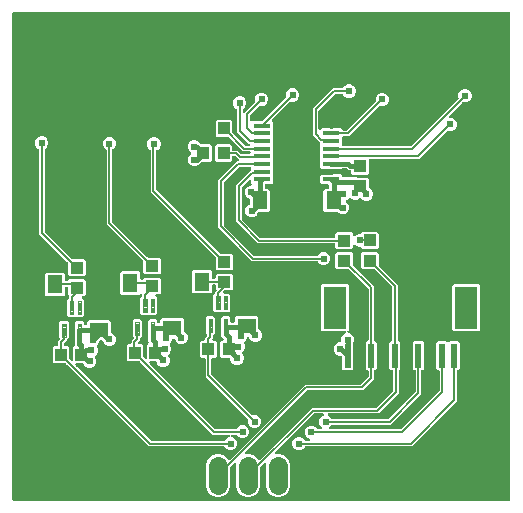
<source format=gbr>
G04 EAGLE Gerber RS-274X export*
G75*
%MOMM*%
%FSLAX34Y34*%
%LPD*%
%INTop Copper*%
%IPPOS*%
%AMOC8*
5,1,8,0,0,1.08239X$1,22.5*%
G01*
%ADD10R,0.560000X2.030000*%
%ADD11R,1.980000X3.560000*%
%ADD12C,1.616000*%
%ADD13R,1.475000X0.450000*%
%ADD14R,1.300000X1.500000*%
%ADD15R,1.100000X1.000000*%
%ADD16R,1.000000X1.100000*%
%ADD17R,1.300000X1.600000*%
%ADD18C,0.100000*%
%ADD19R,1.600000X1.300000*%
%ADD20C,0.200000*%
%ADD21C,0.610000*%
%ADD22C,0.400000*%

G36*
X424684Y4010D02*
X424684Y4010D01*
X424748Y4009D01*
X424823Y4030D01*
X424899Y4041D01*
X424958Y4067D01*
X425020Y4084D01*
X425086Y4125D01*
X425156Y4157D01*
X425205Y4199D01*
X425260Y4232D01*
X425312Y4290D01*
X425370Y4340D01*
X425406Y4394D01*
X425449Y4442D01*
X425482Y4511D01*
X425525Y4576D01*
X425544Y4638D01*
X425572Y4695D01*
X425583Y4765D01*
X425607Y4846D01*
X425608Y4931D01*
X425619Y5000D01*
X425619Y417000D01*
X425610Y417064D01*
X425611Y417128D01*
X425590Y417203D01*
X425579Y417279D01*
X425553Y417338D01*
X425536Y417400D01*
X425495Y417466D01*
X425463Y417536D01*
X425421Y417585D01*
X425388Y417640D01*
X425330Y417692D01*
X425280Y417750D01*
X425226Y417786D01*
X425178Y417829D01*
X425109Y417862D01*
X425044Y417905D01*
X424982Y417924D01*
X424925Y417952D01*
X424855Y417963D01*
X424774Y417987D01*
X424689Y417988D01*
X424620Y417999D01*
X5000Y417999D01*
X4936Y417990D01*
X4872Y417991D01*
X4797Y417970D01*
X4721Y417959D01*
X4662Y417933D01*
X4600Y417916D01*
X4534Y417875D01*
X4464Y417843D01*
X4415Y417801D01*
X4360Y417768D01*
X4308Y417710D01*
X4250Y417660D01*
X4214Y417606D01*
X4171Y417558D01*
X4138Y417489D01*
X4095Y417424D01*
X4076Y417362D01*
X4048Y417305D01*
X4037Y417235D01*
X4013Y417154D01*
X4012Y417069D01*
X4001Y417000D01*
X4001Y5000D01*
X4010Y4936D01*
X4009Y4872D01*
X4030Y4797D01*
X4041Y4721D01*
X4067Y4662D01*
X4084Y4600D01*
X4125Y4534D01*
X4157Y4464D01*
X4199Y4415D01*
X4232Y4360D01*
X4290Y4308D01*
X4340Y4250D01*
X4394Y4214D01*
X4442Y4171D01*
X4511Y4138D01*
X4576Y4095D01*
X4638Y4076D01*
X4695Y4048D01*
X4765Y4037D01*
X4846Y4013D01*
X4931Y4012D01*
X5000Y4001D01*
X424620Y4001D01*
X424684Y4010D01*
G37*
%LPC*%
G36*
X176000Y7239D02*
X176000Y7239D01*
X172295Y8774D01*
X169459Y11610D01*
X167925Y15315D01*
X167925Y35485D01*
X169459Y39190D01*
X172295Y42026D01*
X176000Y43561D01*
X180011Y43561D01*
X183716Y42026D01*
X186551Y39190D01*
X186574Y39134D01*
X186635Y39033D01*
X186691Y38928D01*
X186707Y38911D01*
X186718Y38892D01*
X186804Y38811D01*
X186887Y38726D01*
X186907Y38714D01*
X186924Y38699D01*
X187029Y38645D01*
X187133Y38587D01*
X187155Y38581D01*
X187175Y38571D01*
X187292Y38549D01*
X187407Y38522D01*
X187430Y38523D01*
X187452Y38519D01*
X187570Y38530D01*
X187689Y38536D01*
X187710Y38543D01*
X187733Y38546D01*
X187843Y38590D01*
X187955Y38628D01*
X187973Y38641D01*
X187995Y38650D01*
X188142Y38765D01*
X188204Y38810D01*
X249966Y100572D01*
X251589Y102195D01*
X298434Y102195D01*
X298529Y102209D01*
X298625Y102213D01*
X298669Y102228D01*
X298714Y102235D01*
X298801Y102274D01*
X298892Y102306D01*
X298926Y102331D01*
X298970Y102351D01*
X299068Y102434D01*
X299141Y102488D01*
X305179Y108526D01*
X305237Y108603D01*
X305301Y108674D01*
X305321Y108715D01*
X305348Y108751D01*
X305382Y108841D01*
X305424Y108928D01*
X305431Y108970D01*
X305448Y109015D01*
X305458Y109143D01*
X305472Y109232D01*
X305472Y113777D01*
X305463Y113841D01*
X305464Y113905D01*
X305443Y113980D01*
X305432Y114057D01*
X305406Y114115D01*
X305388Y114177D01*
X305348Y114243D01*
X305316Y114314D01*
X305274Y114362D01*
X305240Y114417D01*
X305183Y114469D01*
X305132Y114528D01*
X305079Y114563D01*
X305031Y114606D01*
X304961Y114640D01*
X304896Y114682D01*
X304835Y114701D01*
X304777Y114729D01*
X304708Y114740D01*
X304627Y114765D01*
X304542Y114766D01*
X304473Y114777D01*
X304114Y114777D01*
X302942Y115949D01*
X302942Y137906D01*
X304114Y139078D01*
X304473Y139078D01*
X304536Y139087D01*
X304600Y139086D01*
X304675Y139107D01*
X304752Y139118D01*
X304810Y139144D01*
X304872Y139162D01*
X304938Y139202D01*
X305009Y139234D01*
X305057Y139276D01*
X305112Y139310D01*
X305164Y139367D01*
X305223Y139418D01*
X305258Y139471D01*
X305301Y139519D01*
X305335Y139589D01*
X305377Y139653D01*
X305396Y139715D01*
X305424Y139773D01*
X305435Y139842D01*
X305460Y139923D01*
X305461Y140008D01*
X305472Y140077D01*
X305472Y183217D01*
X305458Y183312D01*
X305453Y183409D01*
X305438Y183452D01*
X305432Y183497D01*
X305392Y183584D01*
X305361Y183675D01*
X305336Y183709D01*
X305316Y183754D01*
X305232Y183851D01*
X305179Y183924D01*
X289062Y200041D01*
X288985Y200099D01*
X288913Y200164D01*
X288872Y200183D01*
X288836Y200211D01*
X288746Y200245D01*
X288660Y200287D01*
X288618Y200293D01*
X288572Y200310D01*
X288445Y200320D01*
X288355Y200334D01*
X278651Y200334D01*
X277479Y201506D01*
X277479Y213164D01*
X278651Y214336D01*
X291308Y214336D01*
X292480Y213164D01*
X292480Y203459D01*
X292494Y203364D01*
X292499Y203268D01*
X292514Y203225D01*
X292520Y203180D01*
X292560Y203093D01*
X292591Y203002D01*
X292616Y202967D01*
X292636Y202923D01*
X292720Y202826D01*
X292773Y202753D01*
X310013Y185512D01*
X310013Y140077D01*
X310022Y140014D01*
X310021Y139949D01*
X310042Y139875D01*
X310053Y139798D01*
X310079Y139740D01*
X310097Y139678D01*
X310137Y139612D01*
X310169Y139541D01*
X310211Y139492D01*
X310245Y139438D01*
X310302Y139386D01*
X310353Y139327D01*
X310406Y139292D01*
X310454Y139249D01*
X310524Y139215D01*
X310589Y139172D01*
X310650Y139154D01*
X310708Y139126D01*
X310777Y139115D01*
X310858Y139090D01*
X310943Y139089D01*
X311012Y139078D01*
X311371Y139078D01*
X312543Y137906D01*
X312543Y115949D01*
X311371Y114777D01*
X311012Y114777D01*
X310949Y114768D01*
X310885Y114768D01*
X310810Y114748D01*
X310733Y114737D01*
X310675Y114710D01*
X310613Y114693D01*
X310547Y114652D01*
X310476Y114621D01*
X310428Y114579D01*
X310373Y114545D01*
X310321Y114488D01*
X310262Y114437D01*
X310227Y114383D01*
X310184Y114336D01*
X310150Y114266D01*
X310108Y114201D01*
X310089Y114140D01*
X310061Y114082D01*
X310050Y114013D01*
X310025Y113932D01*
X310024Y113847D01*
X310013Y113777D01*
X310013Y106937D01*
X300729Y97654D01*
X253884Y97654D01*
X253789Y97640D01*
X253693Y97635D01*
X253650Y97620D01*
X253605Y97614D01*
X253517Y97574D01*
X253426Y97543D01*
X253392Y97517D01*
X253348Y97498D01*
X253251Y97414D01*
X253178Y97361D01*
X201083Y45267D01*
X201064Y45241D01*
X201039Y45220D01*
X200979Y45128D01*
X200914Y45041D01*
X200903Y45011D01*
X200885Y44984D01*
X200853Y44879D01*
X200814Y44777D01*
X200812Y44745D01*
X200802Y44714D01*
X200801Y44605D01*
X200793Y44496D01*
X200799Y44464D01*
X200799Y44432D01*
X200828Y44327D01*
X200850Y44220D01*
X200865Y44191D01*
X200874Y44160D01*
X200931Y44067D01*
X200983Y43971D01*
X201005Y43948D01*
X201022Y43920D01*
X201103Y43847D01*
X201179Y43769D01*
X201207Y43753D01*
X201231Y43731D01*
X201330Y43684D01*
X201425Y43630D01*
X201456Y43622D01*
X201485Y43608D01*
X201574Y43594D01*
X201699Y43565D01*
X201748Y43567D01*
X201790Y43561D01*
X205411Y43561D01*
X209116Y42026D01*
X211951Y39190D01*
X211974Y39134D01*
X212035Y39033D01*
X212091Y38928D01*
X212107Y38911D01*
X212118Y38892D01*
X212204Y38811D01*
X212287Y38726D01*
X212307Y38714D01*
X212324Y38699D01*
X212429Y38645D01*
X212533Y38587D01*
X212555Y38581D01*
X212575Y38571D01*
X212692Y38549D01*
X212807Y38522D01*
X212830Y38523D01*
X212852Y38519D01*
X212970Y38530D01*
X213089Y38536D01*
X213110Y38543D01*
X213133Y38546D01*
X213243Y38590D01*
X213355Y38628D01*
X213373Y38641D01*
X213395Y38650D01*
X213542Y38765D01*
X213604Y38810D01*
X255636Y80842D01*
X257259Y82465D01*
X311642Y82465D01*
X311737Y82478D01*
X311834Y82483D01*
X311877Y82498D01*
X311922Y82505D01*
X312009Y82544D01*
X312100Y82576D01*
X312134Y82601D01*
X312179Y82621D01*
X312276Y82704D01*
X312349Y82757D01*
X326186Y96594D01*
X326244Y96671D01*
X326308Y96743D01*
X326328Y96783D01*
X326355Y96820D01*
X326389Y96910D01*
X326431Y96996D01*
X326438Y97038D01*
X326455Y97084D01*
X326465Y97211D01*
X326479Y97301D01*
X326479Y113777D01*
X326470Y113841D01*
X326470Y113905D01*
X326450Y113980D01*
X326439Y114057D01*
X326412Y114115D01*
X326395Y114177D01*
X326354Y114243D01*
X326323Y114314D01*
X326281Y114362D01*
X326247Y114417D01*
X326190Y114469D01*
X326139Y114528D01*
X326085Y114563D01*
X326038Y114606D01*
X325968Y114640D01*
X325903Y114682D01*
X325842Y114701D01*
X325784Y114729D01*
X325715Y114740D01*
X325633Y114765D01*
X325549Y114766D01*
X325479Y114777D01*
X324114Y114777D01*
X322942Y115949D01*
X322942Y137906D01*
X324114Y139078D01*
X324473Y139078D01*
X324536Y139087D01*
X324600Y139086D01*
X324675Y139107D01*
X324752Y139118D01*
X324810Y139144D01*
X324872Y139162D01*
X324938Y139202D01*
X325009Y139234D01*
X325057Y139276D01*
X325112Y139310D01*
X325164Y139367D01*
X325223Y139418D01*
X325258Y139471D01*
X325301Y139519D01*
X325335Y139589D01*
X325377Y139653D01*
X325396Y139715D01*
X325424Y139773D01*
X325435Y139842D01*
X325460Y139923D01*
X325461Y140008D01*
X325472Y140077D01*
X325472Y184743D01*
X325458Y184838D01*
X325453Y184934D01*
X325438Y184977D01*
X325432Y185022D01*
X325392Y185110D01*
X325361Y185201D01*
X325336Y185235D01*
X325316Y185279D01*
X325232Y185377D01*
X325179Y185450D01*
X310543Y200086D01*
X310466Y200144D01*
X310395Y200208D01*
X310354Y200228D01*
X310317Y200255D01*
X310227Y200289D01*
X310141Y200331D01*
X310099Y200338D01*
X310053Y200355D01*
X309926Y200365D01*
X309836Y200379D01*
X300132Y200379D01*
X298960Y201551D01*
X298960Y213208D01*
X300132Y214380D01*
X312789Y214380D01*
X313961Y213208D01*
X313961Y203504D01*
X313975Y203409D01*
X313980Y203313D01*
X313995Y203270D01*
X314001Y203225D01*
X314041Y203137D01*
X314072Y203046D01*
X314097Y203012D01*
X314117Y202968D01*
X314201Y202870D01*
X314254Y202797D01*
X330013Y187038D01*
X330013Y140077D01*
X330022Y140014D01*
X330021Y139949D01*
X330042Y139875D01*
X330053Y139798D01*
X330079Y139740D01*
X330097Y139678D01*
X330137Y139612D01*
X330169Y139541D01*
X330211Y139492D01*
X330245Y139438D01*
X330302Y139386D01*
X330353Y139327D01*
X330406Y139292D01*
X330454Y139249D01*
X330524Y139215D01*
X330589Y139172D01*
X330650Y139154D01*
X330708Y139126D01*
X330777Y139115D01*
X330858Y139090D01*
X330943Y139089D01*
X331012Y139078D01*
X331371Y139078D01*
X332543Y137906D01*
X332543Y115949D01*
X331313Y114718D01*
X331255Y114641D01*
X331191Y114570D01*
X331171Y114529D01*
X331143Y114493D01*
X331110Y114403D01*
X331068Y114316D01*
X331061Y114274D01*
X331044Y114229D01*
X331034Y114101D01*
X331020Y114012D01*
X331020Y95006D01*
X313938Y77923D01*
X271798Y77923D01*
X271713Y77911D01*
X271626Y77908D01*
X271574Y77891D01*
X271519Y77883D01*
X271440Y77848D01*
X271358Y77821D01*
X271312Y77790D01*
X271262Y77767D01*
X271196Y77711D01*
X271125Y77662D01*
X271090Y77619D01*
X271048Y77584D01*
X271000Y77511D01*
X270945Y77444D01*
X270924Y77394D01*
X270894Y77348D01*
X270868Y77265D01*
X270834Y77185D01*
X270827Y77131D01*
X270811Y77078D01*
X270810Y76991D01*
X270799Y76905D01*
X270808Y76851D01*
X270807Y76796D01*
X270831Y76712D01*
X270844Y76627D01*
X270868Y76577D01*
X270883Y76524D01*
X270928Y76450D01*
X270965Y76372D01*
X271002Y76331D01*
X271031Y76284D01*
X271095Y76226D01*
X271153Y76161D01*
X271196Y76135D01*
X271240Y76095D01*
X271343Y76046D01*
X271416Y76001D01*
X272426Y75582D01*
X273999Y74010D01*
X274115Y73730D01*
X274119Y73722D01*
X274122Y73713D01*
X274191Y73601D01*
X274258Y73488D01*
X274265Y73481D01*
X274270Y73473D01*
X274368Y73385D01*
X274464Y73295D01*
X274472Y73291D01*
X274479Y73284D01*
X274598Y73227D01*
X274715Y73167D01*
X274725Y73165D01*
X274733Y73161D01*
X274809Y73149D01*
X274992Y73115D01*
X275016Y73117D01*
X275038Y73114D01*
X321949Y73114D01*
X322044Y73127D01*
X322140Y73132D01*
X322183Y73147D01*
X322228Y73153D01*
X322316Y73193D01*
X322407Y73225D01*
X322441Y73250D01*
X322485Y73270D01*
X322583Y73353D01*
X322656Y73406D01*
X345179Y95930D01*
X345237Y96006D01*
X345301Y96078D01*
X345321Y96119D01*
X345348Y96155D01*
X345382Y96245D01*
X345424Y96332D01*
X345431Y96374D01*
X345448Y96419D01*
X345458Y96547D01*
X345472Y96636D01*
X345472Y113777D01*
X345463Y113841D01*
X345464Y113905D01*
X345443Y113980D01*
X345432Y114057D01*
X345406Y114115D01*
X345388Y114177D01*
X345348Y114243D01*
X345316Y114314D01*
X345274Y114362D01*
X345240Y114417D01*
X345183Y114469D01*
X345132Y114528D01*
X345079Y114563D01*
X345031Y114606D01*
X344961Y114640D01*
X344896Y114682D01*
X344835Y114701D01*
X344777Y114729D01*
X344708Y114740D01*
X344627Y114765D01*
X344542Y114766D01*
X344473Y114777D01*
X344114Y114777D01*
X342942Y115949D01*
X342942Y137906D01*
X344114Y139078D01*
X351371Y139078D01*
X352543Y137906D01*
X352543Y115949D01*
X351371Y114777D01*
X351012Y114777D01*
X350949Y114768D01*
X350885Y114768D01*
X350810Y114748D01*
X350733Y114737D01*
X350675Y114710D01*
X350613Y114693D01*
X350547Y114652D01*
X350476Y114621D01*
X350428Y114579D01*
X350373Y114545D01*
X350321Y114488D01*
X350262Y114437D01*
X350227Y114383D01*
X350184Y114336D01*
X350150Y114266D01*
X350108Y114201D01*
X350089Y114140D01*
X350061Y114082D01*
X350050Y114013D01*
X350025Y113932D01*
X350024Y113847D01*
X350013Y113777D01*
X350013Y94341D01*
X324244Y68572D01*
X275038Y68572D01*
X275028Y68571D01*
X275019Y68572D01*
X274889Y68551D01*
X274759Y68532D01*
X274750Y68528D01*
X274741Y68527D01*
X274621Y68470D01*
X274502Y68416D01*
X274494Y68410D01*
X274486Y68406D01*
X274387Y68318D01*
X274287Y68233D01*
X274282Y68225D01*
X274275Y68218D01*
X274235Y68153D01*
X274133Y67997D01*
X274126Y67974D01*
X274115Y67955D01*
X273999Y67676D01*
X272397Y66074D01*
X272377Y66048D01*
X272353Y66027D01*
X272293Y65935D01*
X272228Y65848D01*
X272216Y65818D01*
X272198Y65791D01*
X272166Y65686D01*
X272128Y65584D01*
X272125Y65552D01*
X272116Y65521D01*
X272115Y65412D01*
X272106Y65303D01*
X272113Y65272D01*
X272112Y65239D01*
X272142Y65134D01*
X272164Y65027D01*
X272179Y64999D01*
X272188Y64968D01*
X272245Y64875D01*
X272296Y64778D01*
X272319Y64755D01*
X272336Y64728D01*
X272417Y64654D01*
X272493Y64576D01*
X272521Y64560D01*
X272545Y64539D01*
X272643Y64491D01*
X272738Y64437D01*
X272770Y64430D01*
X272799Y64416D01*
X272888Y64402D01*
X273013Y64372D01*
X273061Y64375D01*
X273103Y64368D01*
X332578Y64368D01*
X332673Y64382D01*
X332769Y64386D01*
X332812Y64401D01*
X332857Y64408D01*
X332945Y64447D01*
X333035Y64479D01*
X333070Y64504D01*
X333114Y64524D01*
X333211Y64607D01*
X333284Y64661D01*
X365282Y96658D01*
X365339Y96735D01*
X365404Y96806D01*
X365424Y96847D01*
X365451Y96884D01*
X365485Y96974D01*
X365527Y97060D01*
X365534Y97102D01*
X365551Y97148D01*
X365561Y97275D01*
X365575Y97365D01*
X365575Y113777D01*
X365565Y113841D01*
X365566Y113905D01*
X365546Y113980D01*
X365535Y114057D01*
X365508Y114115D01*
X365491Y114177D01*
X365450Y114243D01*
X365419Y114314D01*
X365377Y114362D01*
X365343Y114417D01*
X365285Y114469D01*
X365235Y114528D01*
X365181Y114563D01*
X365134Y114606D01*
X365064Y114640D01*
X364999Y114682D01*
X364938Y114701D01*
X364880Y114729D01*
X364810Y114740D01*
X364729Y114765D01*
X364645Y114766D01*
X364575Y114777D01*
X364114Y114777D01*
X362942Y115949D01*
X362942Y137906D01*
X364114Y139078D01*
X371371Y139078D01*
X372036Y138413D01*
X372087Y138375D01*
X372132Y138329D01*
X372200Y138291D01*
X372261Y138244D01*
X372322Y138221D01*
X372378Y138190D01*
X372453Y138172D01*
X372525Y138145D01*
X372589Y138140D01*
X372652Y138125D01*
X372729Y138129D01*
X372807Y138123D01*
X372869Y138136D01*
X372934Y138139D01*
X373007Y138165D01*
X373083Y138180D01*
X373139Y138211D01*
X373200Y138232D01*
X373257Y138273D01*
X373332Y138313D01*
X373392Y138372D01*
X373449Y138413D01*
X374114Y139078D01*
X381371Y139078D01*
X382543Y137906D01*
X382543Y115949D01*
X381362Y114768D01*
X381301Y114768D01*
X381226Y114748D01*
X381149Y114737D01*
X381091Y114710D01*
X381029Y114693D01*
X380963Y114652D01*
X380893Y114621D01*
X380844Y114579D01*
X380789Y114545D01*
X380737Y114488D01*
X380678Y114437D01*
X380643Y114383D01*
X380600Y114336D01*
X380566Y114266D01*
X380524Y114201D01*
X380505Y114140D01*
X380477Y114082D01*
X380466Y114013D01*
X380441Y113932D01*
X380440Y113847D01*
X380429Y113777D01*
X380429Y88654D01*
X341978Y50203D01*
X252384Y50203D01*
X252374Y50201D01*
X252365Y50202D01*
X252235Y50181D01*
X252105Y50163D01*
X252096Y50159D01*
X252087Y50157D01*
X251967Y50100D01*
X251848Y50047D01*
X251840Y50040D01*
X251832Y50036D01*
X251733Y49949D01*
X251633Y49863D01*
X251628Y49855D01*
X251621Y49849D01*
X251581Y49784D01*
X251479Y49627D01*
X251472Y49604D01*
X251461Y49586D01*
X251345Y49306D01*
X249772Y47734D01*
X247717Y46883D01*
X245493Y46883D01*
X243438Y47734D01*
X241866Y49306D01*
X241015Y51361D01*
X241015Y53585D01*
X241866Y55640D01*
X243438Y57213D01*
X245493Y58064D01*
X247717Y58064D01*
X249772Y57213D01*
X251345Y55640D01*
X251461Y55361D01*
X251465Y55353D01*
X251468Y55344D01*
X251537Y55231D01*
X251604Y55118D01*
X251611Y55112D01*
X251616Y55104D01*
X251714Y55015D01*
X251810Y54925D01*
X251818Y54921D01*
X251825Y54915D01*
X251944Y54857D01*
X252061Y54798D01*
X252071Y54796D01*
X252079Y54792D01*
X252155Y54780D01*
X252338Y54745D01*
X252362Y54747D01*
X252384Y54744D01*
X255267Y54744D01*
X255353Y54756D01*
X255440Y54759D01*
X255492Y54776D01*
X255547Y54784D01*
X255626Y54820D01*
X255708Y54847D01*
X255753Y54877D01*
X255803Y54900D01*
X255869Y54957D01*
X255941Y55005D01*
X255976Y55048D01*
X256018Y55084D01*
X256065Y55156D01*
X256120Y55223D01*
X256142Y55273D01*
X256172Y55319D01*
X256198Y55403D01*
X256232Y55482D01*
X256239Y55537D01*
X256255Y55589D01*
X256256Y55676D01*
X256266Y55762D01*
X256258Y55816D01*
X256258Y55871D01*
X256235Y55955D01*
X256221Y56041D01*
X256198Y56090D01*
X256183Y56143D01*
X256137Y56217D01*
X256100Y56295D01*
X256064Y56336D01*
X256035Y56383D01*
X255971Y56441D01*
X255913Y56506D01*
X255869Y56533D01*
X255826Y56572D01*
X255723Y56622D01*
X255650Y56667D01*
X253981Y57358D01*
X252408Y58930D01*
X251557Y60985D01*
X251557Y63209D01*
X252408Y65264D01*
X253981Y66837D01*
X256036Y67688D01*
X258260Y67688D01*
X260315Y66837D01*
X261888Y65264D01*
X262003Y64985D01*
X262008Y64977D01*
X262011Y64968D01*
X262080Y64855D01*
X262147Y64742D01*
X262154Y64736D01*
X262159Y64728D01*
X262257Y64639D01*
X262353Y64549D01*
X262361Y64545D01*
X262368Y64539D01*
X262486Y64481D01*
X262604Y64421D01*
X262613Y64420D01*
X262622Y64416D01*
X262698Y64404D01*
X262881Y64369D01*
X262905Y64371D01*
X262926Y64368D01*
X265415Y64368D01*
X265447Y64373D01*
X265479Y64370D01*
X265586Y64392D01*
X265694Y64408D01*
X265724Y64421D01*
X265755Y64428D01*
X265852Y64479D01*
X265951Y64524D01*
X265976Y64545D01*
X266004Y64560D01*
X266083Y64636D01*
X266166Y64707D01*
X266183Y64734D01*
X266206Y64757D01*
X266260Y64852D01*
X266320Y64943D01*
X266330Y64974D01*
X266345Y65002D01*
X266371Y65109D01*
X266403Y65213D01*
X266403Y65245D01*
X266410Y65277D01*
X266405Y65386D01*
X266406Y65495D01*
X266398Y65526D01*
X266396Y65558D01*
X266360Y65661D01*
X266331Y65767D01*
X266314Y65794D01*
X266304Y65825D01*
X266250Y65898D01*
X266183Y66007D01*
X266147Y66039D01*
X266122Y66074D01*
X264520Y67676D01*
X263669Y69731D01*
X263669Y71955D01*
X264520Y74010D01*
X266092Y75582D01*
X267103Y76001D01*
X267177Y76045D01*
X267256Y76081D01*
X267298Y76116D01*
X267345Y76144D01*
X267405Y76208D01*
X267471Y76264D01*
X267501Y76310D01*
X267538Y76350D01*
X267577Y76427D01*
X267625Y76500D01*
X267641Y76553D01*
X267666Y76602D01*
X267682Y76687D01*
X267707Y76770D01*
X267708Y76825D01*
X267718Y76879D01*
X267710Y76965D01*
X267711Y77052D01*
X267697Y77105D01*
X267691Y77159D01*
X267659Y77240D01*
X267636Y77324D01*
X267607Y77370D01*
X267587Y77421D01*
X267533Y77490D01*
X267488Y77564D01*
X267447Y77600D01*
X267413Y77644D01*
X267343Y77695D01*
X267279Y77753D01*
X267229Y77777D01*
X267185Y77809D01*
X267103Y77838D01*
X267025Y77876D01*
X266974Y77884D01*
X266919Y77903D01*
X266805Y77910D01*
X266720Y77923D01*
X259554Y77923D01*
X259459Y77910D01*
X259363Y77905D01*
X259320Y77890D01*
X259275Y77883D01*
X259187Y77844D01*
X259096Y77812D01*
X259062Y77787D01*
X259018Y77767D01*
X258920Y77684D01*
X258847Y77631D01*
X226483Y45267D01*
X226464Y45241D01*
X226439Y45220D01*
X226379Y45128D01*
X226314Y45041D01*
X226303Y45011D01*
X226285Y44984D01*
X226253Y44879D01*
X226214Y44777D01*
X226212Y44745D01*
X226202Y44714D01*
X226201Y44605D01*
X226193Y44496D01*
X226199Y44464D01*
X226199Y44432D01*
X226228Y44327D01*
X226250Y44220D01*
X226265Y44191D01*
X226274Y44160D01*
X226331Y44067D01*
X226383Y43971D01*
X226405Y43948D01*
X226422Y43920D01*
X226503Y43847D01*
X226579Y43769D01*
X226607Y43753D01*
X226631Y43731D01*
X226730Y43684D01*
X226825Y43630D01*
X226856Y43622D01*
X226885Y43608D01*
X226974Y43594D01*
X227099Y43565D01*
X227148Y43567D01*
X227190Y43561D01*
X230811Y43561D01*
X234516Y42026D01*
X237351Y39190D01*
X238886Y35485D01*
X238886Y15315D01*
X237351Y11610D01*
X234516Y8774D01*
X230811Y7239D01*
X226800Y7239D01*
X223095Y8774D01*
X220259Y11610D01*
X218725Y15315D01*
X218725Y35096D01*
X218720Y35128D01*
X218723Y35160D01*
X218700Y35267D01*
X218685Y35375D01*
X218672Y35404D01*
X218665Y35436D01*
X218614Y35532D01*
X218569Y35632D01*
X218548Y35656D01*
X218532Y35685D01*
X218456Y35763D01*
X218385Y35846D01*
X218358Y35864D01*
X218336Y35887D01*
X218241Y35941D01*
X218149Y36000D01*
X218118Y36010D01*
X218090Y36026D01*
X217984Y36051D01*
X217879Y36083D01*
X217847Y36083D01*
X217816Y36091D01*
X217706Y36085D01*
X217597Y36087D01*
X217566Y36078D01*
X217534Y36076D01*
X217431Y36041D01*
X217326Y36011D01*
X217298Y35994D01*
X217268Y35984D01*
X217195Y35931D01*
X217086Y35863D01*
X217053Y35827D01*
X217019Y35802D01*
X213779Y32562D01*
X213721Y32485D01*
X213657Y32414D01*
X213637Y32373D01*
X213609Y32337D01*
X213576Y32247D01*
X213534Y32160D01*
X213527Y32118D01*
X213510Y32073D01*
X213500Y31945D01*
X213486Y31856D01*
X213486Y15315D01*
X211951Y11610D01*
X209116Y8774D01*
X205411Y7239D01*
X201400Y7239D01*
X197695Y8774D01*
X194859Y11610D01*
X193325Y15315D01*
X193325Y35096D01*
X193320Y35128D01*
X193323Y35160D01*
X193300Y35267D01*
X193285Y35375D01*
X193272Y35404D01*
X193265Y35436D01*
X193214Y35532D01*
X193169Y35632D01*
X193148Y35656D01*
X193132Y35685D01*
X193056Y35763D01*
X192985Y35846D01*
X192958Y35864D01*
X192936Y35887D01*
X192841Y35941D01*
X192749Y36000D01*
X192718Y36010D01*
X192690Y36026D01*
X192584Y36051D01*
X192479Y36083D01*
X192447Y36083D01*
X192416Y36091D01*
X192306Y36085D01*
X192197Y36087D01*
X192166Y36078D01*
X192134Y36076D01*
X192031Y36041D01*
X191926Y36011D01*
X191898Y35994D01*
X191868Y35984D01*
X191795Y35931D01*
X191686Y35863D01*
X191653Y35827D01*
X191619Y35802D01*
X188379Y32562D01*
X188321Y32485D01*
X188257Y32414D01*
X188237Y32373D01*
X188209Y32337D01*
X188176Y32247D01*
X188134Y32160D01*
X188127Y32118D01*
X188110Y32073D01*
X188100Y31945D01*
X188086Y31856D01*
X188086Y15315D01*
X186551Y11610D01*
X183716Y8774D01*
X180011Y7239D01*
X176000Y7239D01*
G37*
%LPD*%
%LPC*%
G36*
X266375Y203486D02*
X266375Y203486D01*
X264320Y204338D01*
X262747Y205910D01*
X262631Y206190D01*
X262627Y206198D01*
X262624Y206207D01*
X262555Y206320D01*
X262488Y206432D01*
X262481Y206439D01*
X262476Y206447D01*
X262378Y206535D01*
X262282Y206625D01*
X262274Y206630D01*
X262267Y206636D01*
X262148Y206693D01*
X262031Y206753D01*
X262021Y206755D01*
X262013Y206759D01*
X261937Y206771D01*
X261754Y206805D01*
X261730Y206803D01*
X261708Y206806D01*
X206875Y206806D01*
X178335Y235347D01*
X178335Y275414D01*
X194265Y291345D01*
X194842Y291345D01*
X194874Y291349D01*
X194906Y291347D01*
X195013Y291369D01*
X195121Y291385D01*
X195150Y291398D01*
X195182Y291404D01*
X195278Y291456D01*
X195378Y291501D01*
X195402Y291522D01*
X195431Y291537D01*
X195509Y291613D01*
X195592Y291684D01*
X195610Y291711D01*
X195633Y291734D01*
X195687Y291829D01*
X195747Y291920D01*
X195756Y291951D01*
X195772Y291979D01*
X195797Y292085D01*
X195829Y292190D01*
X195830Y292222D01*
X195837Y292253D01*
X195831Y292363D01*
X195833Y292472D01*
X195824Y292503D01*
X195823Y292535D01*
X195787Y292638D01*
X195758Y292744D01*
X195741Y292771D01*
X195730Y292802D01*
X195677Y292875D01*
X195609Y292984D01*
X195573Y293016D01*
X195548Y293051D01*
X193778Y294821D01*
X193777Y294821D01*
X192988Y295611D01*
X192911Y295668D01*
X192840Y295733D01*
X192799Y295753D01*
X192763Y295780D01*
X192673Y295814D01*
X192586Y295856D01*
X192544Y295862D01*
X192499Y295880D01*
X192371Y295889D01*
X192282Y295903D01*
X190719Y295903D01*
X190655Y295894D01*
X190591Y295895D01*
X190516Y295875D01*
X190440Y295864D01*
X190381Y295837D01*
X190319Y295820D01*
X190253Y295779D01*
X190183Y295747D01*
X190134Y295706D01*
X190079Y295672D01*
X190027Y295614D01*
X189969Y295564D01*
X189933Y295510D01*
X189890Y295463D01*
X189857Y295393D01*
X189814Y295328D01*
X189795Y295267D01*
X189767Y295209D01*
X189757Y295139D01*
X189732Y295058D01*
X189731Y294974D01*
X189720Y294904D01*
X189720Y291845D01*
X188548Y290673D01*
X176890Y290673D01*
X175718Y291845D01*
X175718Y304503D01*
X176890Y305675D01*
X188548Y305675D01*
X189720Y304503D01*
X189720Y301444D01*
X189729Y301381D01*
X189728Y301316D01*
X189749Y301242D01*
X189760Y301165D01*
X189786Y301106D01*
X189803Y301044D01*
X189844Y300978D01*
X189876Y300908D01*
X189918Y300859D01*
X189951Y300804D01*
X190009Y300753D01*
X190059Y300694D01*
X190113Y300658D01*
X190161Y300615D01*
X190230Y300582D01*
X190295Y300539D01*
X190357Y300520D01*
X190414Y300492D01*
X190484Y300482D01*
X190565Y300457D01*
X190650Y300456D01*
X190719Y300445D01*
X194577Y300445D01*
X196989Y298033D01*
X197066Y297975D01*
X197137Y297911D01*
X197178Y297891D01*
X197214Y297863D01*
X197305Y297829D01*
X197391Y297788D01*
X197433Y297781D01*
X197478Y297764D01*
X197606Y297754D01*
X197695Y297740D01*
X204752Y297740D01*
X204816Y297749D01*
X204880Y297748D01*
X204955Y297769D01*
X205031Y297780D01*
X205090Y297806D01*
X205152Y297823D01*
X205218Y297864D01*
X205288Y297896D01*
X205337Y297938D01*
X205392Y297972D01*
X205444Y298029D01*
X205503Y298079D01*
X205538Y298133D01*
X205581Y298181D01*
X205615Y298250D01*
X205657Y298315D01*
X205676Y298377D01*
X205704Y298435D01*
X205715Y298504D01*
X205740Y298585D01*
X205741Y298670D01*
X205751Y298739D01*
X205751Y298804D01*
X205743Y298862D01*
X205743Y298867D01*
X205743Y298869D01*
X205743Y298907D01*
X205743Y298908D01*
X205743Y298932D01*
X205723Y299007D01*
X205712Y299083D01*
X205685Y299142D01*
X205668Y299204D01*
X205627Y299270D01*
X205595Y299340D01*
X205554Y299389D01*
X205520Y299444D01*
X205462Y299496D01*
X205412Y299554D01*
X205358Y299590D01*
X205311Y299633D01*
X205241Y299666D01*
X205176Y299709D01*
X205115Y299728D01*
X205057Y299756D01*
X204987Y299767D01*
X204906Y299791D01*
X204822Y299792D01*
X204752Y299803D01*
X199460Y299803D01*
X187806Y311458D01*
X187729Y311515D01*
X187657Y311580D01*
X187616Y311600D01*
X187580Y311627D01*
X187490Y311661D01*
X187404Y311703D01*
X187361Y311709D01*
X187316Y311726D01*
X187188Y311736D01*
X187099Y311750D01*
X177395Y311750D01*
X176223Y312922D01*
X176223Y325580D01*
X177395Y326752D01*
X189052Y326752D01*
X190224Y325580D01*
X190224Y315876D01*
X190238Y315781D01*
X190243Y315684D01*
X190258Y315641D01*
X190264Y315596D01*
X190304Y315509D01*
X190335Y315418D01*
X190360Y315384D01*
X190380Y315339D01*
X190464Y315242D01*
X190517Y315169D01*
X201048Y304637D01*
X201125Y304580D01*
X201197Y304515D01*
X201238Y304495D01*
X201274Y304468D01*
X201364Y304434D01*
X201450Y304392D01*
X201492Y304386D01*
X201538Y304369D01*
X201666Y304359D01*
X201755Y304345D01*
X203894Y304345D01*
X203926Y304349D01*
X203958Y304347D01*
X204065Y304369D01*
X204174Y304385D01*
X204203Y304398D01*
X204234Y304404D01*
X204331Y304456D01*
X204430Y304501D01*
X204455Y304522D01*
X204483Y304537D01*
X204562Y304613D01*
X204645Y304684D01*
X204662Y304711D01*
X204685Y304734D01*
X204739Y304829D01*
X204799Y304920D01*
X204809Y304951D01*
X204825Y304979D01*
X204850Y305086D01*
X204882Y305190D01*
X204882Y305222D01*
X204889Y305253D01*
X204884Y305363D01*
X204885Y305472D01*
X204877Y305503D01*
X204875Y305535D01*
X204839Y305638D01*
X204810Y305744D01*
X204793Y305771D01*
X204783Y305802D01*
X204729Y305875D01*
X204662Y305984D01*
X204626Y306016D01*
X204601Y306051D01*
X194231Y316420D01*
X194231Y335069D01*
X194230Y335079D01*
X194231Y335088D01*
X194210Y335218D01*
X194191Y335348D01*
X194188Y335357D01*
X194186Y335366D01*
X194129Y335486D01*
X194075Y335605D01*
X194069Y335612D01*
X194065Y335621D01*
X193977Y335720D01*
X193892Y335820D01*
X193884Y335825D01*
X193878Y335832D01*
X193812Y335872D01*
X193656Y335974D01*
X193633Y335981D01*
X193614Y335992D01*
X193335Y336108D01*
X191762Y337681D01*
X190911Y339736D01*
X190911Y341960D01*
X191762Y344015D01*
X193335Y345587D01*
X195390Y346438D01*
X197614Y346438D01*
X199669Y345587D01*
X201242Y344015D01*
X202093Y341960D01*
X202093Y339736D01*
X201242Y337681D01*
X199669Y336108D01*
X199390Y335992D01*
X199381Y335988D01*
X199372Y335985D01*
X199260Y335915D01*
X199147Y335849D01*
X199140Y335842D01*
X199132Y335837D01*
X199044Y335739D01*
X198954Y335643D01*
X198950Y335635D01*
X198943Y335628D01*
X198886Y335509D01*
X198826Y335392D01*
X198824Y335382D01*
X198820Y335374D01*
X198808Y335298D01*
X198774Y335114D01*
X198776Y335091D01*
X198773Y335069D01*
X198773Y333373D01*
X198777Y333341D01*
X198775Y333309D01*
X198797Y333202D01*
X198813Y333094D01*
X198826Y333064D01*
X198832Y333033D01*
X198884Y332936D01*
X198929Y332837D01*
X198950Y332812D01*
X198965Y332784D01*
X199041Y332705D01*
X199112Y332622D01*
X199139Y332605D01*
X199162Y332582D01*
X199257Y332528D01*
X199348Y332468D01*
X199379Y332458D01*
X199407Y332443D01*
X199514Y332417D01*
X199618Y332385D01*
X199650Y332385D01*
X199681Y332378D01*
X199791Y332383D01*
X199900Y332382D01*
X199931Y332390D01*
X199963Y332392D01*
X200066Y332428D01*
X200172Y332457D01*
X200199Y332474D01*
X200230Y332484D01*
X200303Y332538D01*
X200412Y332605D01*
X200444Y332641D01*
X200479Y332666D01*
X209389Y341577D01*
X209395Y341584D01*
X209402Y341590D01*
X209480Y341697D01*
X209558Y341802D01*
X209562Y341811D01*
X209567Y341819D01*
X209611Y341943D01*
X209658Y342066D01*
X209659Y342076D01*
X209662Y342085D01*
X209669Y342216D01*
X209680Y342347D01*
X209678Y342357D01*
X209678Y342366D01*
X209660Y342441D01*
X209622Y342623D01*
X209611Y342645D01*
X209606Y342666D01*
X209490Y342945D01*
X209490Y345169D01*
X210341Y347224D01*
X211914Y348797D01*
X213969Y349648D01*
X216193Y349648D01*
X218248Y348797D01*
X219820Y347224D01*
X220671Y345169D01*
X220671Y342945D01*
X219820Y340890D01*
X218248Y339317D01*
X216193Y338466D01*
X213969Y338466D01*
X213689Y338582D01*
X213680Y338584D01*
X213672Y338589D01*
X213543Y338620D01*
X213416Y338652D01*
X213407Y338652D01*
X213397Y338654D01*
X213265Y338647D01*
X213134Y338643D01*
X213125Y338640D01*
X213116Y338640D01*
X212992Y338596D01*
X212866Y338556D01*
X212858Y338550D01*
X212849Y338547D01*
X212787Y338502D01*
X212633Y338397D01*
X212618Y338378D01*
X212600Y338365D01*
X205122Y330887D01*
X205065Y330811D01*
X205000Y330739D01*
X204980Y330698D01*
X204953Y330662D01*
X204919Y330572D01*
X204877Y330485D01*
X204871Y330443D01*
X204853Y330398D01*
X204844Y330270D01*
X204830Y330181D01*
X204830Y326143D01*
X204834Y326111D01*
X204832Y326079D01*
X204854Y325972D01*
X204869Y325864D01*
X204883Y325835D01*
X204889Y325803D01*
X204941Y325707D01*
X204986Y325607D01*
X205007Y325583D01*
X205022Y325554D01*
X205098Y325476D01*
X205169Y325393D01*
X205196Y325375D01*
X205219Y325352D01*
X205313Y325298D01*
X205405Y325238D01*
X205436Y325229D01*
X205464Y325213D01*
X205570Y325188D01*
X205675Y325156D01*
X205707Y325156D01*
X205738Y325148D01*
X205848Y325154D01*
X205957Y325152D01*
X205988Y325161D01*
X206020Y325162D01*
X206123Y325198D01*
X206229Y325227D01*
X206256Y325244D01*
X206286Y325255D01*
X206360Y325308D01*
X206469Y325376D01*
X206501Y325412D01*
X206535Y325437D01*
X206923Y325825D01*
X215753Y325825D01*
X215848Y325838D01*
X215944Y325843D01*
X215987Y325858D01*
X216032Y325865D01*
X216119Y325904D01*
X216210Y325936D01*
X216245Y325961D01*
X216289Y325981D01*
X216386Y326064D01*
X216459Y326117D01*
X235582Y345240D01*
X235588Y345248D01*
X235595Y345254D01*
X235673Y345361D01*
X235751Y345466D01*
X235755Y345475D01*
X235760Y345482D01*
X235805Y345607D01*
X235851Y345730D01*
X235852Y345739D01*
X235855Y345748D01*
X235863Y345880D01*
X235873Y346011D01*
X235871Y346020D01*
X235871Y346030D01*
X235853Y346105D01*
X235815Y346287D01*
X235804Y346308D01*
X235799Y346329D01*
X235719Y346522D01*
X235719Y348746D01*
X236570Y350801D01*
X238143Y352373D01*
X240198Y353224D01*
X242422Y353224D01*
X244477Y352373D01*
X246049Y350801D01*
X246901Y348746D01*
X246901Y346522D01*
X246049Y344467D01*
X244477Y342894D01*
X242422Y342043D01*
X240198Y342043D01*
X239832Y342195D01*
X239822Y342197D01*
X239814Y342202D01*
X239685Y342232D01*
X239558Y342265D01*
X239549Y342264D01*
X239540Y342267D01*
X239407Y342260D01*
X239276Y342256D01*
X239267Y342253D01*
X239258Y342252D01*
X239134Y342209D01*
X239008Y342168D01*
X239000Y342163D01*
X238992Y342160D01*
X238930Y342114D01*
X238775Y342009D01*
X238760Y341991D01*
X238743Y341978D01*
X223667Y326902D01*
X223628Y326851D01*
X223582Y326806D01*
X223544Y326739D01*
X223497Y326677D01*
X223475Y326616D01*
X223443Y326561D01*
X223425Y326485D01*
X223398Y326413D01*
X223393Y326349D01*
X223378Y326286D01*
X223382Y326209D01*
X223376Y326132D01*
X223389Y326069D01*
X223392Y326004D01*
X223418Y325931D01*
X223434Y325855D01*
X223464Y325799D01*
X223485Y325738D01*
X223526Y325681D01*
X223566Y325606D01*
X223625Y325546D01*
X223667Y325489D01*
X224503Y324653D01*
X224503Y272995D01*
X223331Y271823D01*
X218405Y271823D01*
X218341Y271814D01*
X218277Y271815D01*
X218202Y271794D01*
X218126Y271783D01*
X218067Y271757D01*
X218005Y271740D01*
X217939Y271699D01*
X217869Y271667D01*
X217820Y271625D01*
X217765Y271592D01*
X217713Y271534D01*
X217654Y271484D01*
X217619Y271430D01*
X217576Y271382D01*
X217542Y271313D01*
X217500Y271248D01*
X217481Y271186D01*
X217453Y271129D01*
X217442Y271059D01*
X217418Y270978D01*
X217417Y270893D01*
X217406Y270824D01*
X217406Y268732D01*
X217415Y268668D01*
X217414Y268604D01*
X217435Y268529D01*
X217445Y268453D01*
X217472Y268394D01*
X217489Y268332D01*
X217530Y268266D01*
X217562Y268196D01*
X217603Y268147D01*
X217637Y268092D01*
X217695Y268040D01*
X217745Y267981D01*
X217799Y267946D01*
X217847Y267903D01*
X217916Y267869D01*
X217981Y267827D01*
X218043Y267808D01*
X218100Y267780D01*
X218170Y267769D01*
X218251Y267744D01*
X218335Y267743D01*
X218405Y267733D01*
X220734Y267733D01*
X221906Y266561D01*
X221906Y249903D01*
X220734Y248731D01*
X213101Y248731D01*
X213092Y248730D01*
X213082Y248731D01*
X212952Y248710D01*
X212822Y248691D01*
X212813Y248687D01*
X212804Y248686D01*
X212685Y248629D01*
X212565Y248575D01*
X212558Y248569D01*
X212549Y248565D01*
X212451Y248477D01*
X212351Y248392D01*
X212346Y248384D01*
X212338Y248377D01*
X212298Y248311D01*
X212196Y248156D01*
X212189Y248133D01*
X212178Y248114D01*
X211442Y246337D01*
X209869Y244764D01*
X207814Y243913D01*
X205590Y243913D01*
X203535Y244764D01*
X201963Y246337D01*
X201111Y248391D01*
X201111Y250616D01*
X201963Y252670D01*
X203535Y254243D01*
X204287Y254555D01*
X204295Y254559D01*
X204305Y254562D01*
X204417Y254631D01*
X204530Y254698D01*
X204537Y254705D01*
X204545Y254710D01*
X204633Y254808D01*
X204723Y254904D01*
X204727Y254912D01*
X204734Y254919D01*
X204791Y255038D01*
X204851Y255155D01*
X204853Y255165D01*
X204857Y255173D01*
X204869Y255249D01*
X204903Y255432D01*
X204901Y255456D01*
X204904Y255478D01*
X204904Y259088D01*
X204903Y259098D01*
X204904Y259107D01*
X204883Y259237D01*
X204864Y259368D01*
X204861Y259376D01*
X204859Y259386D01*
X204802Y259505D01*
X204748Y259624D01*
X204742Y259632D01*
X204738Y259640D01*
X204650Y259739D01*
X204565Y259839D01*
X204557Y259844D01*
X204551Y259851D01*
X204485Y259891D01*
X204329Y259993D01*
X204306Y260000D01*
X204287Y260011D01*
X202899Y260587D01*
X201326Y262159D01*
X200475Y264214D01*
X200475Y266438D01*
X201326Y268493D01*
X202899Y270066D01*
X204953Y270917D01*
X205417Y270917D01*
X205449Y270922D01*
X205481Y270919D01*
X205588Y270941D01*
X205697Y270957D01*
X205726Y270970D01*
X205758Y270977D01*
X205854Y271028D01*
X205954Y271073D01*
X205978Y271094D01*
X206007Y271109D01*
X206085Y271185D01*
X206168Y271256D01*
X206185Y271283D01*
X206209Y271306D01*
X206262Y271401D01*
X206322Y271492D01*
X206332Y271523D01*
X206348Y271551D01*
X206373Y271658D01*
X206405Y271762D01*
X206405Y271794D01*
X206413Y271826D01*
X206407Y271935D01*
X206408Y272044D01*
X206400Y272075D01*
X206398Y272107D01*
X206362Y272210D01*
X206333Y272316D01*
X206316Y272343D01*
X206306Y272374D01*
X206252Y272447D01*
X206185Y272556D01*
X206149Y272588D01*
X206124Y272623D01*
X205751Y272995D01*
X205751Y274942D01*
X205747Y274974D01*
X205749Y275006D01*
X205727Y275113D01*
X205712Y275221D01*
X205698Y275251D01*
X205692Y275282D01*
X205640Y275379D01*
X205595Y275478D01*
X205574Y275503D01*
X205559Y275531D01*
X205483Y275609D01*
X205412Y275693D01*
X205385Y275710D01*
X205363Y275733D01*
X205268Y275787D01*
X205176Y275847D01*
X205145Y275857D01*
X205117Y275872D01*
X205011Y275898D01*
X204906Y275929D01*
X204874Y275930D01*
X204843Y275937D01*
X204733Y275932D01*
X204624Y275933D01*
X204593Y275925D01*
X204561Y275923D01*
X204458Y275887D01*
X204353Y275858D01*
X204325Y275841D01*
X204295Y275830D01*
X204222Y275777D01*
X204113Y275710D01*
X204080Y275674D01*
X204046Y275649D01*
X198445Y270048D01*
X198387Y269971D01*
X198322Y269899D01*
X198303Y269858D01*
X198275Y269822D01*
X198241Y269732D01*
X198199Y269646D01*
X198193Y269604D01*
X198176Y269558D01*
X198166Y269431D01*
X198152Y269341D01*
X198152Y242732D01*
X198165Y242637D01*
X198170Y242541D01*
X198185Y242498D01*
X198192Y242453D01*
X198231Y242365D01*
X198263Y242274D01*
X198288Y242240D01*
X198308Y242196D01*
X198391Y242099D01*
X198445Y242025D01*
X213572Y226898D01*
X213649Y226841D01*
X213720Y226776D01*
X213761Y226756D01*
X213797Y226729D01*
X213887Y226695D01*
X213974Y226653D01*
X214016Y226647D01*
X214061Y226629D01*
X214189Y226620D01*
X214278Y226606D01*
X276480Y226606D01*
X276543Y226615D01*
X276607Y226614D01*
X276682Y226634D01*
X276759Y226645D01*
X276817Y226672D01*
X276879Y226689D01*
X276945Y226730D01*
X277016Y226762D01*
X277064Y226803D01*
X277119Y226837D01*
X277171Y226895D01*
X277230Y226945D01*
X277265Y226999D01*
X277308Y227046D01*
X277342Y227116D01*
X277384Y227181D01*
X277403Y227242D01*
X277431Y227300D01*
X277442Y227370D01*
X277467Y227451D01*
X277468Y227535D01*
X277479Y227605D01*
X277479Y230164D01*
X278651Y231336D01*
X291308Y231336D01*
X292480Y230164D01*
X292480Y228670D01*
X292485Y228638D01*
X292482Y228606D01*
X292505Y228499D01*
X292520Y228391D01*
X292533Y228361D01*
X292540Y228330D01*
X292591Y228233D01*
X292636Y228134D01*
X292657Y228109D01*
X292672Y228081D01*
X292749Y228003D01*
X292820Y227920D01*
X292847Y227902D01*
X292869Y227879D01*
X292964Y227825D01*
X293056Y227765D01*
X293086Y227756D01*
X293115Y227740D01*
X293221Y227715D01*
X293325Y227683D01*
X293358Y227682D01*
X293389Y227675D01*
X293498Y227680D01*
X293607Y227679D01*
X293638Y227688D01*
X293671Y227689D01*
X293774Y227725D01*
X293879Y227754D01*
X293907Y227771D01*
X293937Y227782D01*
X294010Y227835D01*
X294119Y227902D01*
X294152Y227938D01*
X294186Y227963D01*
X295331Y229109D01*
X297386Y229960D01*
X298297Y229960D01*
X298392Y229973D01*
X298489Y229978D01*
X298532Y229993D01*
X298577Y230000D01*
X298664Y230039D01*
X298755Y230071D01*
X298789Y230096D01*
X298834Y230116D01*
X298931Y230199D01*
X299004Y230252D01*
X300132Y231380D01*
X312789Y231380D01*
X313961Y230208D01*
X313961Y218551D01*
X312789Y217379D01*
X300132Y217379D01*
X299025Y218486D01*
X298948Y218543D01*
X298877Y218608D01*
X298836Y218628D01*
X298799Y218655D01*
X298709Y218689D01*
X298623Y218731D01*
X298581Y218737D01*
X298536Y218754D01*
X298408Y218764D01*
X298318Y218778D01*
X297386Y218778D01*
X295331Y219629D01*
X294186Y220775D01*
X294160Y220794D01*
X294139Y220818D01*
X294048Y220878D01*
X293961Y220944D01*
X293930Y220955D01*
X293903Y220973D01*
X293799Y221005D01*
X293697Y221043D01*
X293664Y221046D01*
X293634Y221055D01*
X293524Y221057D01*
X293415Y221065D01*
X293384Y221059D01*
X293352Y221059D01*
X293246Y221030D01*
X293139Y221008D01*
X293111Y220992D01*
X293080Y220984D01*
X292987Y220926D01*
X292890Y220875D01*
X292867Y220853D01*
X292840Y220836D01*
X292767Y220755D01*
X292688Y220678D01*
X292672Y220650D01*
X292651Y220626D01*
X292603Y220528D01*
X292549Y220433D01*
X292542Y220402D01*
X292528Y220373D01*
X292514Y220283D01*
X292484Y220159D01*
X292487Y220110D01*
X292480Y220068D01*
X292480Y218506D01*
X291308Y217334D01*
X278651Y217334D01*
X277479Y218506D01*
X277479Y221065D01*
X277470Y221128D01*
X277471Y221193D01*
X277450Y221267D01*
X277439Y221344D01*
X277413Y221403D01*
X277395Y221465D01*
X277355Y221531D01*
X277323Y221601D01*
X277281Y221650D01*
X277247Y221705D01*
X277190Y221756D01*
X277139Y221815D01*
X277086Y221851D01*
X277038Y221894D01*
X276968Y221927D01*
X276903Y221970D01*
X276842Y221989D01*
X276784Y222017D01*
X276715Y222027D01*
X276634Y222052D01*
X276549Y222053D01*
X276480Y222064D01*
X211983Y222064D01*
X193610Y240437D01*
X193610Y271636D01*
X205459Y283485D01*
X205516Y283561D01*
X205581Y283633D01*
X205601Y283674D01*
X205628Y283710D01*
X205662Y283800D01*
X205704Y283886D01*
X205710Y283929D01*
X205728Y283974D01*
X205738Y284102D01*
X205751Y284191D01*
X205751Y285804D01*
X205743Y285866D01*
X205743Y285917D01*
X205743Y285918D01*
X205743Y285932D01*
X205723Y286007D01*
X205712Y286083D01*
X205685Y286142D01*
X205668Y286204D01*
X205627Y286270D01*
X205595Y286340D01*
X205554Y286389D01*
X205520Y286444D01*
X205462Y286496D01*
X205412Y286554D01*
X205358Y286590D01*
X205311Y286633D01*
X205241Y286666D01*
X205176Y286709D01*
X205115Y286728D01*
X205057Y286756D01*
X204987Y286767D01*
X204906Y286791D01*
X204822Y286792D01*
X204752Y286803D01*
X196560Y286803D01*
X196465Y286790D01*
X196369Y286785D01*
X196326Y286770D01*
X196281Y286763D01*
X196194Y286724D01*
X196103Y286692D01*
X196068Y286667D01*
X196024Y286647D01*
X195927Y286564D01*
X195854Y286511D01*
X183169Y273826D01*
X183111Y273749D01*
X183047Y273677D01*
X183027Y273636D01*
X182999Y273600D01*
X182965Y273510D01*
X182924Y273424D01*
X182917Y273382D01*
X182900Y273336D01*
X182890Y273209D01*
X182876Y273119D01*
X182876Y237642D01*
X182890Y237547D01*
X182894Y237451D01*
X182909Y237408D01*
X182916Y237363D01*
X182955Y237275D01*
X182987Y237184D01*
X183012Y237150D01*
X183032Y237106D01*
X183115Y237008D01*
X183169Y236935D01*
X208463Y211641D01*
X208540Y211583D01*
X208612Y211519D01*
X208652Y211499D01*
X208689Y211471D01*
X208779Y211437D01*
X208865Y211396D01*
X208907Y211389D01*
X208953Y211372D01*
X209080Y211362D01*
X209170Y211348D01*
X261708Y211348D01*
X261718Y211349D01*
X261727Y211348D01*
X261857Y211369D01*
X261987Y211388D01*
X261996Y211392D01*
X262005Y211393D01*
X262125Y211450D01*
X262244Y211504D01*
X262252Y211510D01*
X262260Y211514D01*
X262359Y211602D01*
X262459Y211687D01*
X262464Y211695D01*
X262471Y211702D01*
X262511Y211767D01*
X262613Y211923D01*
X262620Y211946D01*
X262631Y211965D01*
X262747Y212244D01*
X264320Y213817D01*
X266375Y214668D01*
X268599Y214668D01*
X270654Y213817D01*
X272226Y212244D01*
X273077Y210189D01*
X273077Y207965D01*
X272226Y205910D01*
X270654Y204338D01*
X268599Y203486D01*
X266375Y203486D01*
G37*
%LPD*%
%LPC*%
G36*
X187509Y46883D02*
X187509Y46883D01*
X185454Y47734D01*
X183881Y49306D01*
X183766Y49586D01*
X183761Y49594D01*
X183758Y49603D01*
X183689Y49716D01*
X183622Y49828D01*
X183615Y49835D01*
X183610Y49843D01*
X183512Y49932D01*
X183416Y50021D01*
X183408Y50026D01*
X183401Y50032D01*
X183282Y50089D01*
X183165Y50149D01*
X183156Y50151D01*
X183147Y50155D01*
X183071Y50167D01*
X182888Y50202D01*
X182864Y50199D01*
X182842Y50203D01*
X119454Y50203D01*
X49722Y119935D01*
X49645Y119993D01*
X49574Y120057D01*
X49533Y120077D01*
X49496Y120104D01*
X49406Y120138D01*
X49320Y120180D01*
X49278Y120187D01*
X49232Y120204D01*
X49105Y120214D01*
X49015Y120228D01*
X39311Y120228D01*
X38139Y121400D01*
X38139Y134057D01*
X39311Y135229D01*
X41870Y135229D01*
X41933Y135238D01*
X41998Y135237D01*
X42072Y135258D01*
X42149Y135269D01*
X42208Y135295D01*
X42270Y135313D01*
X42336Y135353D01*
X42406Y135385D01*
X42455Y135427D01*
X42510Y135461D01*
X42561Y135518D01*
X42620Y135569D01*
X42656Y135622D01*
X42699Y135670D01*
X42732Y135740D01*
X42775Y135804D01*
X42794Y135866D01*
X42822Y135924D01*
X42832Y135993D01*
X42857Y136074D01*
X42858Y136159D01*
X42869Y136228D01*
X42869Y139359D01*
X43885Y140375D01*
X43924Y140426D01*
X43970Y140471D01*
X44008Y140539D01*
X44055Y140601D01*
X44077Y140661D01*
X44109Y140717D01*
X44127Y140792D01*
X44154Y140865D01*
X44159Y140929D01*
X44174Y140991D01*
X44170Y141069D01*
X44176Y141146D01*
X44163Y141209D01*
X44160Y141273D01*
X44134Y141346D01*
X44118Y141422D01*
X44088Y141479D01*
X44067Y141539D01*
X44026Y141596D01*
X43986Y141671D01*
X43927Y141732D01*
X43885Y141788D01*
X43631Y142043D01*
X43631Y155015D01*
X45096Y156479D01*
X50167Y156479D01*
X51632Y155015D01*
X51632Y142043D01*
X50195Y140605D01*
X50175Y140579D01*
X50151Y140559D01*
X50116Y140505D01*
X50073Y140457D01*
X50053Y140416D01*
X50026Y140380D01*
X50014Y140349D01*
X49997Y140323D01*
X49978Y140261D01*
X49950Y140203D01*
X49943Y140161D01*
X49926Y140116D01*
X49924Y140084D01*
X49914Y140053D01*
X49913Y139980D01*
X47703Y137770D01*
X47646Y137694D01*
X47581Y137622D01*
X47561Y137581D01*
X47534Y137545D01*
X47500Y137455D01*
X47458Y137368D01*
X47452Y137326D01*
X47434Y137281D01*
X47425Y137153D01*
X47411Y137064D01*
X47411Y136228D01*
X47420Y136165D01*
X47419Y136100D01*
X47439Y136026D01*
X47450Y135949D01*
X47477Y135891D01*
X47494Y135829D01*
X47535Y135763D01*
X47567Y135692D01*
X47608Y135643D01*
X47642Y135589D01*
X47700Y135537D01*
X47750Y135478D01*
X47804Y135443D01*
X47851Y135400D01*
X47921Y135366D01*
X47986Y135323D01*
X48047Y135305D01*
X48105Y135277D01*
X48175Y135266D01*
X48256Y135241D01*
X48340Y135240D01*
X48410Y135229D01*
X50969Y135229D01*
X52141Y134057D01*
X52141Y124353D01*
X52154Y124258D01*
X52159Y124162D01*
X52174Y124119D01*
X52180Y124074D01*
X52220Y123986D01*
X52251Y123895D01*
X52277Y123861D01*
X52297Y123817D01*
X52380Y123720D01*
X52433Y123646D01*
X53433Y122646D01*
X53459Y122627D01*
X53480Y122602D01*
X53572Y122542D01*
X53659Y122477D01*
X53689Y122466D01*
X53716Y122448D01*
X53821Y122416D01*
X53923Y122377D01*
X53955Y122375D01*
X53986Y122366D01*
X54095Y122364D01*
X54204Y122356D01*
X54235Y122362D01*
X54268Y122362D01*
X54373Y122391D01*
X54480Y122413D01*
X54508Y122428D01*
X54540Y122437D01*
X54632Y122494D01*
X54729Y122546D01*
X54752Y122568D01*
X54780Y122585D01*
X54853Y122666D01*
X54931Y122742D01*
X54947Y122771D01*
X54969Y122794D01*
X55016Y122893D01*
X55070Y122988D01*
X55078Y123019D01*
X55092Y123048D01*
X55106Y123138D01*
X55135Y123262D01*
X55133Y123311D01*
X55139Y123353D01*
X55139Y134057D01*
X56432Y135350D01*
X56489Y135427D01*
X56554Y135498D01*
X56574Y135539D01*
X56601Y135575D01*
X56635Y135665D01*
X56677Y135752D01*
X56683Y135794D01*
X56701Y135839D01*
X56711Y135967D01*
X56724Y136056D01*
X56724Y141535D01*
X56711Y141630D01*
X56706Y141726D01*
X56691Y141769D01*
X56685Y141814D01*
X56645Y141902D01*
X56631Y141943D01*
X56631Y155015D01*
X58096Y156479D01*
X63167Y156479D01*
X64632Y155015D01*
X64632Y153363D01*
X64641Y153299D01*
X64641Y153235D01*
X64661Y153160D01*
X64672Y153084D01*
X64699Y153025D01*
X64716Y152963D01*
X64756Y152897D01*
X64788Y152827D01*
X64830Y152778D01*
X64864Y152723D01*
X64921Y152671D01*
X64972Y152612D01*
X65026Y152577D01*
X65073Y152534D01*
X65143Y152500D01*
X65208Y152458D01*
X65269Y152439D01*
X65327Y152411D01*
X65396Y152400D01*
X65477Y152376D01*
X65562Y152374D01*
X65632Y152364D01*
X66290Y152364D01*
X66354Y152373D01*
X66418Y152372D01*
X66493Y152392D01*
X66569Y152403D01*
X66628Y152430D01*
X66690Y152447D01*
X66756Y152488D01*
X66826Y152520D01*
X66875Y152561D01*
X66930Y152595D01*
X66982Y152653D01*
X67040Y152703D01*
X67076Y152757D01*
X67119Y152804D01*
X67152Y152874D01*
X67195Y152939D01*
X67214Y153000D01*
X67242Y153058D01*
X67253Y153128D01*
X67277Y153209D01*
X67278Y153293D01*
X67289Y153363D01*
X67289Y155692D01*
X68461Y156864D01*
X86119Y156864D01*
X87291Y155692D01*
X87291Y146900D01*
X87292Y146891D01*
X87291Y146881D01*
X87312Y146751D01*
X87331Y146621D01*
X87334Y146612D01*
X87336Y146603D01*
X87393Y146483D01*
X87447Y146364D01*
X87453Y146357D01*
X87457Y146348D01*
X87532Y146263D01*
X87538Y146254D01*
X87550Y146243D01*
X87630Y146150D01*
X87638Y146144D01*
X87644Y146137D01*
X87710Y146098D01*
X87715Y146094D01*
X87748Y146065D01*
X87795Y146042D01*
X87866Y145995D01*
X87889Y145988D01*
X87908Y145977D01*
X89254Y145419D01*
X90827Y143846D01*
X91678Y141791D01*
X91678Y139567D01*
X90827Y137512D01*
X89254Y135940D01*
X87200Y135089D01*
X84975Y135089D01*
X82921Y135940D01*
X81348Y137513D01*
X80630Y139245D01*
X80625Y139253D01*
X80623Y139263D01*
X80553Y139375D01*
X80487Y139488D01*
X80480Y139494D01*
X80475Y139503D01*
X80377Y139591D01*
X80281Y139681D01*
X80272Y139685D01*
X80265Y139692D01*
X80147Y139749D01*
X80029Y139809D01*
X80020Y139810D01*
X80012Y139815D01*
X79936Y139826D01*
X79752Y139861D01*
X79728Y139859D01*
X79707Y139862D01*
X78683Y139862D01*
X78619Y139853D01*
X78555Y139854D01*
X78480Y139833D01*
X78403Y139822D01*
X78345Y139796D01*
X78283Y139779D01*
X78217Y139738D01*
X78146Y139706D01*
X78098Y139664D01*
X78043Y139631D01*
X77991Y139573D01*
X77932Y139523D01*
X77897Y139469D01*
X77854Y139421D01*
X77820Y139352D01*
X77778Y139287D01*
X77759Y139225D01*
X77731Y139167D01*
X77720Y139098D01*
X77695Y139017D01*
X77694Y138932D01*
X77683Y138863D01*
X77683Y138739D01*
X76832Y136684D01*
X75550Y135402D01*
X75544Y135394D01*
X75537Y135388D01*
X75460Y135281D01*
X75381Y135176D01*
X75377Y135167D01*
X75372Y135160D01*
X75328Y135036D01*
X75281Y134912D01*
X75280Y134903D01*
X75277Y134894D01*
X75269Y134762D01*
X75259Y134631D01*
X75261Y134622D01*
X75261Y134612D01*
X75279Y134537D01*
X75317Y134355D01*
X75328Y134334D01*
X75333Y134313D01*
X76042Y132602D01*
X76042Y130377D01*
X75191Y128323D01*
X73831Y126963D01*
X73793Y126912D01*
X73747Y126867D01*
X73709Y126799D01*
X73662Y126738D01*
X73639Y126678D01*
X73608Y126622D01*
X73590Y126546D01*
X73563Y126474D01*
X73558Y126410D01*
X73543Y126347D01*
X73547Y126270D01*
X73541Y126193D01*
X73554Y126130D01*
X73557Y126065D01*
X73583Y125992D01*
X73598Y125916D01*
X73629Y125860D01*
X73650Y125799D01*
X73691Y125742D01*
X73731Y125667D01*
X73790Y125607D01*
X73831Y125550D01*
X74059Y125322D01*
X74910Y123267D01*
X74910Y121043D01*
X74059Y118988D01*
X72487Y117416D01*
X70432Y116564D01*
X68208Y116564D01*
X66153Y117416D01*
X64580Y118988D01*
X64322Y119611D01*
X64317Y119619D01*
X64315Y119628D01*
X64246Y119740D01*
X64179Y119854D01*
X64172Y119860D01*
X64167Y119868D01*
X64069Y119957D01*
X63973Y120046D01*
X63964Y120051D01*
X63957Y120057D01*
X63839Y120114D01*
X63721Y120174D01*
X63712Y120176D01*
X63704Y120180D01*
X63628Y120192D01*
X63444Y120227D01*
X63420Y120224D01*
X63399Y120228D01*
X58264Y120228D01*
X58232Y120223D01*
X58200Y120226D01*
X58093Y120203D01*
X57985Y120188D01*
X57956Y120175D01*
X57924Y120168D01*
X57828Y120117D01*
X57728Y120072D01*
X57704Y120051D01*
X57675Y120036D01*
X57597Y119959D01*
X57514Y119888D01*
X57496Y119861D01*
X57473Y119839D01*
X57419Y119744D01*
X57359Y119652D01*
X57350Y119621D01*
X57334Y119593D01*
X57309Y119487D01*
X57277Y119383D01*
X57277Y119350D01*
X57269Y119319D01*
X57275Y119209D01*
X57273Y119101D01*
X57282Y119070D01*
X57283Y119037D01*
X57319Y118934D01*
X57348Y118829D01*
X57365Y118801D01*
X57376Y118771D01*
X57429Y118698D01*
X57497Y118589D01*
X57533Y118556D01*
X57558Y118522D01*
X121043Y55037D01*
X121120Y54979D01*
X121191Y54915D01*
X121232Y54895D01*
X121268Y54867D01*
X121358Y54834D01*
X121445Y54792D01*
X121487Y54785D01*
X121532Y54768D01*
X121660Y54758D01*
X121749Y54744D01*
X182842Y54744D01*
X182852Y54745D01*
X182861Y54744D01*
X182991Y54765D01*
X183122Y54784D01*
X183130Y54788D01*
X183140Y54789D01*
X183260Y54846D01*
X183379Y54900D01*
X183386Y54906D01*
X183394Y54910D01*
X183493Y54998D01*
X183593Y55084D01*
X183598Y55091D01*
X183605Y55098D01*
X183645Y55163D01*
X183747Y55319D01*
X183754Y55343D01*
X183766Y55361D01*
X183881Y55640D01*
X185454Y57213D01*
X187676Y58133D01*
X187751Y58177D01*
X187830Y58213D01*
X187871Y58249D01*
X187919Y58277D01*
X187978Y58340D01*
X188044Y58397D01*
X188074Y58443D01*
X188112Y58483D01*
X188151Y58560D01*
X188198Y58633D01*
X188215Y58685D01*
X188239Y58734D01*
X188256Y58819D01*
X188281Y58902D01*
X188282Y58957D01*
X188292Y59011D01*
X188283Y59098D01*
X188285Y59184D01*
X188270Y59237D01*
X188265Y59292D01*
X188233Y59372D01*
X188209Y59456D01*
X188181Y59503D01*
X188160Y59554D01*
X188107Y59622D01*
X188061Y59696D01*
X188021Y59733D01*
X187987Y59776D01*
X187916Y59827D01*
X187852Y59885D01*
X187803Y59909D01*
X187758Y59941D01*
X187676Y59970D01*
X187598Y60008D01*
X187548Y60016D01*
X187492Y60036D01*
X187379Y60042D01*
X187294Y60056D01*
X173876Y60056D01*
X112305Y121627D01*
X112228Y121685D01*
X112156Y121749D01*
X112115Y121769D01*
X112079Y121797D01*
X111989Y121831D01*
X111903Y121872D01*
X111861Y121879D01*
X111815Y121896D01*
X111688Y121906D01*
X111598Y121920D01*
X101894Y121920D01*
X100722Y123092D01*
X100722Y135750D01*
X101894Y136921D01*
X104018Y136921D01*
X104081Y136931D01*
X104146Y136930D01*
X104220Y136950D01*
X104297Y136961D01*
X104355Y136988D01*
X104417Y137005D01*
X104483Y137046D01*
X104554Y137078D01*
X104603Y137119D01*
X104657Y137153D01*
X104709Y137211D01*
X104768Y137261D01*
X104803Y137315D01*
X104846Y137362D01*
X104880Y137432D01*
X104923Y137497D01*
X104941Y137558D01*
X104969Y137616D01*
X104980Y137685D01*
X105005Y137767D01*
X105006Y137851D01*
X105017Y137921D01*
X105017Y139707D01*
X106544Y141234D01*
X106582Y141285D01*
X106628Y141330D01*
X106667Y141397D01*
X106713Y141459D01*
X106736Y141519D01*
X106767Y141575D01*
X106785Y141651D01*
X106813Y141723D01*
X106818Y141787D01*
X106832Y141850D01*
X106828Y141927D01*
X106834Y142004D01*
X106821Y142067D01*
X106818Y142131D01*
X106793Y142205D01*
X106777Y142280D01*
X106747Y142337D01*
X106726Y142398D01*
X106684Y142455D01*
X106644Y142529D01*
X106585Y142590D01*
X106544Y142647D01*
X105672Y143519D01*
X105672Y156491D01*
X107136Y157956D01*
X112208Y157956D01*
X113673Y156491D01*
X113673Y143519D01*
X112236Y142082D01*
X112178Y142005D01*
X112114Y141934D01*
X112094Y141893D01*
X112066Y141856D01*
X112032Y141766D01*
X111991Y141680D01*
X111984Y141638D01*
X111967Y141592D01*
X111957Y141465D01*
X111943Y141375D01*
X111943Y140210D01*
X110360Y138627D01*
X110341Y138602D01*
X110316Y138581D01*
X110256Y138489D01*
X110191Y138402D01*
X110179Y138372D01*
X110162Y138345D01*
X110130Y138240D01*
X110091Y138138D01*
X110089Y138106D01*
X110079Y138075D01*
X110078Y137966D01*
X110069Y137857D01*
X110076Y137825D01*
X110076Y137793D01*
X110105Y137687D01*
X110127Y137581D01*
X110142Y137552D01*
X110151Y137521D01*
X110208Y137428D01*
X110259Y137332D01*
X110282Y137308D01*
X110299Y137281D01*
X110380Y137208D01*
X110456Y137130D01*
X110484Y137114D01*
X110508Y137092D01*
X110606Y137044D01*
X110702Y136991D01*
X110733Y136983D01*
X110762Y136969D01*
X110851Y136955D01*
X110976Y136926D01*
X111025Y136928D01*
X111067Y136921D01*
X113551Y136921D01*
X114723Y135750D01*
X114723Y126045D01*
X114737Y125950D01*
X114742Y125854D01*
X114757Y125811D01*
X114763Y125766D01*
X114803Y125679D01*
X114834Y125588D01*
X114859Y125553D01*
X114879Y125509D01*
X114962Y125412D01*
X115016Y125339D01*
X116016Y124339D01*
X116042Y124319D01*
X116063Y124295D01*
X116154Y124235D01*
X116241Y124169D01*
X116272Y124158D01*
X116299Y124140D01*
X116403Y124108D01*
X116505Y124070D01*
X116538Y124067D01*
X116568Y124058D01*
X116678Y124056D01*
X116787Y124048D01*
X116818Y124055D01*
X116850Y124054D01*
X116956Y124083D01*
X117063Y124106D01*
X117091Y124121D01*
X117122Y124129D01*
X117215Y124187D01*
X117312Y124238D01*
X117335Y124261D01*
X117362Y124277D01*
X117435Y124358D01*
X117514Y124435D01*
X117530Y124463D01*
X117551Y124487D01*
X117599Y124585D01*
X117653Y124680D01*
X117660Y124712D01*
X117674Y124741D01*
X117688Y124830D01*
X117718Y124955D01*
X117715Y125003D01*
X117722Y125045D01*
X117722Y135750D01*
X119042Y137069D01*
X119080Y137121D01*
X119126Y137166D01*
X119164Y137233D01*
X119211Y137295D01*
X119234Y137355D01*
X119265Y137411D01*
X119283Y137486D01*
X119310Y137559D01*
X119315Y137623D01*
X119330Y137685D01*
X119326Y137763D01*
X119332Y137840D01*
X119319Y137903D01*
X119316Y137967D01*
X119291Y138040D01*
X119275Y138116D01*
X119244Y138173D01*
X119223Y138234D01*
X119182Y138290D01*
X119142Y138365D01*
X119083Y138426D01*
X119042Y138483D01*
X118672Y138853D01*
X118672Y156491D01*
X120136Y157956D01*
X125208Y157956D01*
X126673Y156491D01*
X126673Y155097D01*
X126682Y155033D01*
X126681Y154969D01*
X126702Y154894D01*
X126713Y154818D01*
X126739Y154759D01*
X126756Y154697D01*
X126797Y154631D01*
X126829Y154561D01*
X126871Y154512D01*
X126905Y154457D01*
X126962Y154405D01*
X127012Y154346D01*
X127066Y154311D01*
X127114Y154268D01*
X127184Y154234D01*
X127248Y154192D01*
X127310Y154173D01*
X127368Y154145D01*
X127437Y154134D01*
X127518Y154110D01*
X127603Y154108D01*
X127672Y154098D01*
X128176Y154098D01*
X128239Y154107D01*
X128303Y154106D01*
X128378Y154126D01*
X128455Y154137D01*
X128513Y154164D01*
X128575Y154181D01*
X128641Y154222D01*
X128712Y154254D01*
X128761Y154295D01*
X128815Y154329D01*
X128867Y154387D01*
X128926Y154437D01*
X128961Y154491D01*
X129004Y154538D01*
X129038Y154608D01*
X129081Y154673D01*
X129099Y154734D01*
X129127Y154792D01*
X129138Y154862D01*
X129163Y154943D01*
X129164Y155027D01*
X129175Y155097D01*
X129175Y157426D01*
X130347Y158598D01*
X148004Y158598D01*
X149176Y157426D01*
X149176Y147910D01*
X149178Y147901D01*
X149177Y147891D01*
X149198Y147761D01*
X149216Y147631D01*
X149220Y147622D01*
X149222Y147613D01*
X149279Y147493D01*
X149332Y147374D01*
X149338Y147367D01*
X149343Y147358D01*
X149430Y147260D01*
X149516Y147160D01*
X149524Y147154D01*
X149530Y147147D01*
X149596Y147107D01*
X149652Y147070D01*
X149659Y147064D01*
X149669Y147059D01*
X149752Y147005D01*
X149775Y146998D01*
X149793Y146987D01*
X150022Y146892D01*
X151595Y145319D01*
X152446Y143265D01*
X152446Y141040D01*
X151595Y138986D01*
X150022Y137413D01*
X147967Y136562D01*
X145743Y136562D01*
X143688Y137413D01*
X142116Y138986D01*
X141386Y140747D01*
X141342Y140821D01*
X141306Y140900D01*
X141271Y140942D01*
X141243Y140989D01*
X141179Y141049D01*
X141123Y141115D01*
X141077Y141145D01*
X141037Y141182D01*
X140960Y141222D01*
X140887Y141269D01*
X140834Y141285D01*
X140785Y141310D01*
X140700Y141326D01*
X140617Y141352D01*
X140562Y141352D01*
X140508Y141362D01*
X140422Y141354D01*
X140335Y141355D01*
X140282Y141341D01*
X140228Y141335D01*
X140147Y141303D01*
X140063Y141280D01*
X140016Y141251D01*
X139966Y141231D01*
X139897Y141178D01*
X139823Y141132D01*
X139787Y141091D01*
X139743Y141057D01*
X139692Y140987D01*
X139634Y140923D01*
X139610Y140873D01*
X139578Y140829D01*
X139549Y140747D01*
X139511Y140669D01*
X139503Y140618D01*
X139484Y140563D01*
X139482Y140532D01*
X138613Y138433D01*
X137479Y137299D01*
X137440Y137248D01*
X137394Y137203D01*
X137356Y137136D01*
X137309Y137074D01*
X137287Y137013D01*
X137255Y136958D01*
X137237Y136882D01*
X137210Y136810D01*
X137205Y136746D01*
X137190Y136683D01*
X137194Y136606D01*
X137188Y136529D01*
X137201Y136466D01*
X137204Y136401D01*
X137230Y136328D01*
X137246Y136252D01*
X137276Y136196D01*
X137297Y136135D01*
X137338Y136078D01*
X137378Y136003D01*
X137437Y135943D01*
X137479Y135886D01*
X137662Y135702D01*
X138514Y133647D01*
X138514Y131423D01*
X137662Y129368D01*
X136038Y127743D01*
X135999Y127692D01*
X135953Y127647D01*
X135915Y127580D01*
X135868Y127518D01*
X135846Y127458D01*
X135814Y127402D01*
X135796Y127326D01*
X135769Y127254D01*
X135764Y127190D01*
X135749Y127127D01*
X135753Y127050D01*
X135747Y126973D01*
X135760Y126910D01*
X135763Y126846D01*
X135789Y126772D01*
X135805Y126697D01*
X135835Y126640D01*
X135856Y126579D01*
X135897Y126523D01*
X135937Y126448D01*
X135996Y126387D01*
X136038Y126330D01*
X136256Y126112D01*
X137107Y124057D01*
X137107Y121833D01*
X136256Y119778D01*
X134683Y118206D01*
X132628Y117354D01*
X130404Y117354D01*
X128349Y118206D01*
X126777Y119778D01*
X126145Y121303D01*
X126142Y121308D01*
X126141Y121313D01*
X126139Y121316D01*
X126138Y121320D01*
X126068Y121433D01*
X126001Y121546D01*
X125994Y121552D01*
X125989Y121560D01*
X125891Y121649D01*
X125796Y121739D01*
X125787Y121743D01*
X125780Y121749D01*
X125662Y121807D01*
X125544Y121867D01*
X125535Y121868D01*
X125526Y121872D01*
X125451Y121884D01*
X125267Y121919D01*
X125243Y121917D01*
X125222Y121920D01*
X120847Y121920D01*
X120815Y121915D01*
X120783Y121918D01*
X120676Y121896D01*
X120568Y121880D01*
X120538Y121867D01*
X120507Y121860D01*
X120410Y121809D01*
X120311Y121764D01*
X120286Y121743D01*
X120258Y121728D01*
X120179Y121652D01*
X120096Y121581D01*
X120079Y121554D01*
X120056Y121531D01*
X120002Y121436D01*
X119942Y121345D01*
X119933Y121314D01*
X119917Y121286D01*
X119891Y121179D01*
X119860Y121075D01*
X119859Y121043D01*
X119852Y121011D01*
X119857Y120902D01*
X119856Y120793D01*
X119864Y120762D01*
X119866Y120730D01*
X119902Y120626D01*
X119931Y120521D01*
X119948Y120494D01*
X119959Y120463D01*
X120012Y120390D01*
X120079Y120281D01*
X120086Y120275D01*
X120087Y120273D01*
X120117Y120246D01*
X120140Y120214D01*
X175465Y64890D01*
X175541Y64832D01*
X175613Y64768D01*
X175654Y64748D01*
X175690Y64721D01*
X175780Y64687D01*
X175867Y64645D01*
X175909Y64638D01*
X175954Y64621D01*
X176082Y64611D01*
X176171Y64597D01*
X193156Y64597D01*
X193165Y64599D01*
X193175Y64597D01*
X193305Y64618D01*
X193435Y64637D01*
X193444Y64641D01*
X193453Y64642D01*
X193573Y64699D01*
X193692Y64753D01*
X193699Y64759D01*
X193708Y64763D01*
X193807Y64851D01*
X193906Y64937D01*
X193912Y64945D01*
X193919Y64951D01*
X193959Y65016D01*
X194061Y65173D01*
X194068Y65196D01*
X194079Y65214D01*
X194195Y65493D01*
X195767Y67066D01*
X197822Y67917D01*
X200046Y67917D01*
X202101Y67066D01*
X203674Y65493D01*
X204525Y63438D01*
X204525Y61214D01*
X203674Y59159D01*
X202101Y57587D01*
X200046Y56736D01*
X197822Y56736D01*
X195767Y57587D01*
X194195Y59160D01*
X194079Y59439D01*
X194074Y59447D01*
X194072Y59456D01*
X194002Y59569D01*
X193935Y59682D01*
X193929Y59688D01*
X193924Y59696D01*
X193826Y59785D01*
X193730Y59874D01*
X193721Y59879D01*
X193714Y59885D01*
X193596Y59943D01*
X193478Y60002D01*
X193469Y60004D01*
X193461Y60008D01*
X193385Y60020D01*
X193201Y60055D01*
X193177Y60052D01*
X193156Y60056D01*
X189948Y60056D01*
X189862Y60043D01*
X189776Y60041D01*
X189723Y60024D01*
X189669Y60016D01*
X189590Y59980D01*
X189508Y59953D01*
X189462Y59922D01*
X189412Y59900D01*
X189346Y59843D01*
X189275Y59794D01*
X189240Y59752D01*
X189198Y59716D01*
X189150Y59644D01*
X189095Y59577D01*
X189074Y59526D01*
X189043Y59480D01*
X189018Y59397D01*
X188984Y59318D01*
X188977Y59263D01*
X188961Y59211D01*
X188960Y59124D01*
X188949Y59038D01*
X188958Y58983D01*
X188957Y58929D01*
X188980Y58845D01*
X188994Y58759D01*
X189018Y58710D01*
X189033Y58657D01*
X189078Y58583D01*
X189115Y58505D01*
X189152Y58463D01*
X189181Y58417D01*
X189245Y58359D01*
X189303Y58294D01*
X189346Y58267D01*
X189390Y58228D01*
X189492Y58178D01*
X189566Y58133D01*
X191788Y57213D01*
X193361Y55640D01*
X194212Y53585D01*
X194212Y51361D01*
X193361Y49306D01*
X191788Y47734D01*
X189733Y46883D01*
X187509Y46883D01*
G37*
%LPD*%
%LPC*%
G36*
X292014Y280234D02*
X292014Y280234D01*
X290842Y281405D01*
X290842Y282964D01*
X290833Y283028D01*
X290834Y283092D01*
X290813Y283167D01*
X290802Y283243D01*
X290776Y283302D01*
X290759Y283364D01*
X290718Y283430D01*
X290686Y283500D01*
X290644Y283549D01*
X290610Y283604D01*
X290553Y283656D01*
X290503Y283715D01*
X290449Y283750D01*
X290401Y283793D01*
X290331Y283827D01*
X290267Y283869D01*
X290205Y283888D01*
X290147Y283916D01*
X290078Y283927D01*
X289997Y283952D01*
X289912Y283953D01*
X289843Y283964D01*
X288385Y283964D01*
X286838Y285511D01*
X286761Y285568D01*
X286690Y285633D01*
X286649Y285653D01*
X286613Y285680D01*
X286522Y285714D01*
X286436Y285756D01*
X286394Y285762D01*
X286349Y285779D01*
X286221Y285789D01*
X286132Y285803D01*
X283485Y285803D01*
X283390Y285790D01*
X283294Y285785D01*
X283251Y285770D01*
X283206Y285763D01*
X283118Y285724D01*
X283027Y285692D01*
X282993Y285667D01*
X282949Y285647D01*
X282851Y285564D01*
X282778Y285511D01*
X282091Y284823D01*
X265683Y284823D01*
X264511Y285995D01*
X264511Y306957D01*
X264498Y307052D01*
X264493Y307148D01*
X264478Y307191D01*
X264472Y307236D01*
X264432Y307324D01*
X264401Y307415D01*
X264375Y307449D01*
X264355Y307493D01*
X264272Y307590D01*
X264219Y307663D01*
X258440Y313442D01*
X258440Y336217D01*
X275345Y353122D01*
X283090Y353122D01*
X283100Y353123D01*
X283109Y353122D01*
X283239Y353143D01*
X283370Y353161D01*
X283378Y353165D01*
X283388Y353167D01*
X283507Y353224D01*
X283627Y353278D01*
X283634Y353284D01*
X283642Y353288D01*
X283741Y353376D01*
X283841Y353461D01*
X283846Y353469D01*
X283853Y353475D01*
X283893Y353541D01*
X283995Y353697D01*
X284002Y353720D01*
X284014Y353738D01*
X284129Y354018D01*
X285702Y355590D01*
X287757Y356442D01*
X289981Y356442D01*
X292036Y355590D01*
X293609Y354018D01*
X294460Y351963D01*
X294460Y349739D01*
X293609Y347684D01*
X292036Y346111D01*
X289981Y345260D01*
X287757Y345260D01*
X285702Y346111D01*
X284129Y347684D01*
X284014Y347963D01*
X284009Y347971D01*
X284006Y347981D01*
X283937Y348093D01*
X283870Y348206D01*
X283863Y348212D01*
X283858Y348221D01*
X283760Y348309D01*
X283664Y348399D01*
X283656Y348403D01*
X283649Y348410D01*
X283530Y348467D01*
X283413Y348527D01*
X283404Y348528D01*
X283395Y348533D01*
X283319Y348544D01*
X283136Y348579D01*
X283112Y348577D01*
X283090Y348580D01*
X277640Y348580D01*
X277545Y348567D01*
X277449Y348562D01*
X277406Y348547D01*
X277361Y348540D01*
X277273Y348501D01*
X277182Y348469D01*
X277148Y348444D01*
X277104Y348424D01*
X277007Y348341D01*
X276933Y348287D01*
X263274Y334628D01*
X263217Y334552D01*
X263152Y334480D01*
X263132Y334439D01*
X263105Y334403D01*
X263071Y334313D01*
X263029Y334226D01*
X263023Y334184D01*
X263006Y334139D01*
X262996Y334011D01*
X262982Y333922D01*
X262982Y319035D01*
X262986Y319003D01*
X262984Y318971D01*
X263006Y318864D01*
X263021Y318756D01*
X263035Y318727D01*
X263041Y318695D01*
X263093Y318599D01*
X263138Y318499D01*
X263159Y318475D01*
X263174Y318446D01*
X263250Y318368D01*
X263321Y318285D01*
X263348Y318267D01*
X263371Y318244D01*
X263466Y318190D01*
X263557Y318130D01*
X263588Y318121D01*
X263616Y318105D01*
X263722Y318080D01*
X263827Y318048D01*
X263859Y318048D01*
X263890Y318040D01*
X264000Y318046D01*
X264109Y318044D01*
X264140Y318053D01*
X264172Y318055D01*
X264275Y318090D01*
X264381Y318119D01*
X264408Y318136D01*
X264439Y318147D01*
X264512Y318200D01*
X264621Y318268D01*
X264653Y318304D01*
X264688Y318329D01*
X265683Y319325D01*
X282091Y319325D01*
X283295Y318121D01*
X283303Y318065D01*
X283329Y318006D01*
X283346Y317944D01*
X283387Y317878D01*
X283419Y317808D01*
X283461Y317759D01*
X283495Y317704D01*
X283552Y317652D01*
X283602Y317594D01*
X283656Y317558D01*
X283704Y317515D01*
X283773Y317482D01*
X283838Y317439D01*
X283900Y317420D01*
X283958Y317392D01*
X284027Y317381D01*
X284108Y317357D01*
X284193Y317356D01*
X284262Y317345D01*
X286851Y317345D01*
X286946Y317358D01*
X287042Y317363D01*
X287086Y317378D01*
X287131Y317385D01*
X287218Y317424D01*
X287309Y317456D01*
X287343Y317481D01*
X287387Y317501D01*
X287485Y317584D01*
X287558Y317637D01*
X311313Y341393D01*
X311319Y341400D01*
X311326Y341406D01*
X311403Y341513D01*
X311482Y341618D01*
X311486Y341627D01*
X311491Y341635D01*
X311535Y341758D01*
X311582Y341882D01*
X311583Y341892D01*
X311586Y341900D01*
X311593Y342032D01*
X311604Y342163D01*
X311602Y342172D01*
X311602Y342182D01*
X311584Y342257D01*
X311546Y342439D01*
X311535Y342461D01*
X311530Y342482D01*
X311414Y342761D01*
X311414Y344985D01*
X312265Y347040D01*
X313838Y348612D01*
X315893Y349464D01*
X318117Y349464D01*
X320172Y348612D01*
X321744Y347040D01*
X322595Y344985D01*
X322595Y342761D01*
X321744Y340706D01*
X320172Y339133D01*
X318117Y338282D01*
X315893Y338282D01*
X315613Y338398D01*
X315604Y338400D01*
X315596Y338405D01*
X315467Y338435D01*
X315340Y338468D01*
X315331Y338468D01*
X315321Y338470D01*
X315189Y338463D01*
X315058Y338459D01*
X315049Y338456D01*
X315040Y338455D01*
X314915Y338412D01*
X314790Y338371D01*
X314782Y338366D01*
X314773Y338363D01*
X314711Y338317D01*
X314557Y338213D01*
X314542Y338194D01*
X314524Y338181D01*
X289146Y312803D01*
X284262Y312803D01*
X284199Y312794D01*
X284134Y312795D01*
X284060Y312774D01*
X283983Y312763D01*
X283925Y312737D01*
X283863Y312720D01*
X283797Y312679D01*
X283726Y312647D01*
X283677Y312605D01*
X283623Y312572D01*
X283571Y312514D01*
X283512Y312464D01*
X283477Y312410D01*
X283434Y312362D01*
X283400Y312293D01*
X283357Y312228D01*
X283339Y312166D01*
X283311Y312109D01*
X283300Y312039D01*
X283275Y311958D01*
X283274Y311873D01*
X283263Y311804D01*
X283263Y305344D01*
X283272Y305280D01*
X283271Y305216D01*
X283292Y305141D01*
X283303Y305065D01*
X283329Y305006D01*
X283346Y304944D01*
X283387Y304878D01*
X283419Y304808D01*
X283461Y304759D01*
X283495Y304704D01*
X283552Y304652D01*
X283602Y304594D01*
X283656Y304558D01*
X283704Y304515D01*
X283773Y304482D01*
X283838Y304439D01*
X283900Y304420D01*
X283958Y304392D01*
X284027Y304381D01*
X284108Y304357D01*
X284193Y304356D01*
X284262Y304345D01*
X341078Y304345D01*
X341173Y304358D01*
X341269Y304363D01*
X341312Y304378D01*
X341357Y304385D01*
X341445Y304424D01*
X341536Y304456D01*
X341570Y304481D01*
X341614Y304501D01*
X341712Y304584D01*
X341785Y304637D01*
X381472Y344325D01*
X381478Y344332D01*
X381485Y344338D01*
X381563Y344445D01*
X381641Y344550D01*
X381645Y344559D01*
X381650Y344567D01*
X381694Y344690D01*
X381741Y344814D01*
X381742Y344824D01*
X381745Y344833D01*
X381753Y344964D01*
X381763Y345095D01*
X381761Y345105D01*
X381761Y345114D01*
X381743Y345190D01*
X381705Y345372D01*
X381694Y345393D01*
X381689Y345414D01*
X381573Y345693D01*
X381573Y347917D01*
X382424Y349972D01*
X383997Y351545D01*
X386052Y352396D01*
X388276Y352396D01*
X390331Y351545D01*
X391903Y349972D01*
X392754Y347917D01*
X392754Y345693D01*
X391903Y343638D01*
X390331Y342066D01*
X388276Y341214D01*
X386052Y341214D01*
X385772Y341330D01*
X385763Y341332D01*
X385755Y341337D01*
X385626Y341368D01*
X385499Y341400D01*
X385490Y341400D01*
X385481Y341402D01*
X385348Y341395D01*
X385217Y341391D01*
X385208Y341388D01*
X385199Y341388D01*
X385074Y341344D01*
X384949Y341304D01*
X384941Y341298D01*
X384932Y341295D01*
X384870Y341250D01*
X384716Y341145D01*
X384701Y341126D01*
X384683Y341114D01*
X373586Y330016D01*
X373567Y329991D01*
X373543Y329970D01*
X373483Y329878D01*
X373417Y329791D01*
X373406Y329761D01*
X373388Y329734D01*
X373356Y329629D01*
X373318Y329527D01*
X373315Y329495D01*
X373306Y329464D01*
X373304Y329355D01*
X373296Y329246D01*
X373302Y329214D01*
X373302Y329182D01*
X373331Y329077D01*
X373353Y328970D01*
X373368Y328941D01*
X373377Y328910D01*
X373435Y328817D01*
X373486Y328721D01*
X373508Y328698D01*
X373525Y328670D01*
X373606Y328597D01*
X373683Y328519D01*
X373711Y328503D01*
X373735Y328481D01*
X373833Y328434D01*
X373928Y328380D01*
X373959Y328372D01*
X373988Y328358D01*
X374078Y328344D01*
X374202Y328315D01*
X374251Y328317D01*
X374293Y328311D01*
X375901Y328311D01*
X377956Y327460D01*
X379528Y325887D01*
X380379Y323832D01*
X380379Y321608D01*
X379528Y319553D01*
X377956Y317980D01*
X375901Y317129D01*
X373677Y317129D01*
X373397Y317245D01*
X373388Y317247D01*
X373380Y317252D01*
X373251Y317283D01*
X373124Y317315D01*
X373115Y317315D01*
X373105Y317317D01*
X372973Y317310D01*
X372842Y317306D01*
X372833Y317303D01*
X372824Y317303D01*
X372699Y317259D01*
X372574Y317219D01*
X372566Y317213D01*
X372557Y317210D01*
X372495Y317164D01*
X372341Y317060D01*
X372326Y317041D01*
X372308Y317028D01*
X348583Y293303D01*
X306843Y293303D01*
X306779Y293294D01*
X306715Y293295D01*
X306640Y293274D01*
X306563Y293263D01*
X306505Y293237D01*
X306443Y293220D01*
X306377Y293179D01*
X306307Y293147D01*
X306258Y293105D01*
X306203Y293072D01*
X306151Y293014D01*
X306092Y292964D01*
X306057Y292910D01*
X306014Y292862D01*
X305980Y292793D01*
X305938Y292728D01*
X305919Y292666D01*
X305891Y292609D01*
X305880Y292539D01*
X305855Y292458D01*
X305854Y292373D01*
X305843Y292304D01*
X305843Y281405D01*
X304671Y280234D01*
X292014Y280234D01*
G37*
%LPD*%
%LPC*%
G36*
X284114Y114777D02*
X284114Y114777D01*
X282942Y115949D01*
X282942Y125656D01*
X282928Y125751D01*
X282923Y125847D01*
X282908Y125891D01*
X282902Y125936D01*
X282862Y126023D01*
X282831Y126114D01*
X282806Y126148D01*
X282786Y126192D01*
X282702Y126290D01*
X282649Y126363D01*
X282318Y126694D01*
X282241Y126752D01*
X282170Y126816D01*
X282129Y126836D01*
X282092Y126863D01*
X282002Y126897D01*
X281916Y126939D01*
X281874Y126946D01*
X281828Y126963D01*
X281701Y126973D01*
X281611Y126987D01*
X280629Y126987D01*
X278574Y127838D01*
X277001Y129411D01*
X276150Y131465D01*
X276150Y133690D01*
X277001Y135744D01*
X278574Y137317D01*
X280629Y138168D01*
X281186Y138168D01*
X281249Y138177D01*
X281314Y138176D01*
X281388Y138197D01*
X281465Y138208D01*
X281523Y138234D01*
X281585Y138252D01*
X281651Y138292D01*
X281722Y138324D01*
X281771Y138366D01*
X281825Y138400D01*
X281877Y138457D01*
X281936Y138508D01*
X281971Y138561D01*
X282014Y138609D01*
X282048Y138679D01*
X282091Y138744D01*
X282109Y138805D01*
X282137Y138863D01*
X282148Y138932D01*
X282173Y139013D01*
X282174Y139098D01*
X282185Y139167D01*
X282185Y141575D01*
X283036Y143630D01*
X284609Y145203D01*
X286182Y145854D01*
X286256Y145898D01*
X286335Y145934D01*
X286377Y145970D01*
X286424Y145998D01*
X286484Y146061D01*
X286550Y146118D01*
X286580Y146164D01*
X286617Y146204D01*
X286657Y146281D01*
X286704Y146354D01*
X286720Y146406D01*
X286745Y146455D01*
X286761Y146540D01*
X286787Y146623D01*
X286787Y146678D01*
X286798Y146732D01*
X286789Y146819D01*
X286790Y146905D01*
X286776Y146958D01*
X286770Y147013D01*
X286738Y147093D01*
X286715Y147177D01*
X286686Y147224D01*
X286666Y147275D01*
X286613Y147343D01*
X286567Y147417D01*
X286526Y147454D01*
X286493Y147497D01*
X286422Y147548D01*
X286358Y147606D01*
X286308Y147630D01*
X286264Y147662D01*
X286182Y147691D01*
X286104Y147729D01*
X286054Y147737D01*
X285998Y147757D01*
X285884Y147763D01*
X285799Y147777D01*
X266414Y147777D01*
X265242Y148949D01*
X265242Y186206D01*
X266414Y187378D01*
X287871Y187378D01*
X289043Y186206D01*
X289043Y148949D01*
X287854Y147760D01*
X287835Y147734D01*
X287810Y147713D01*
X287750Y147621D01*
X287685Y147534D01*
X287674Y147504D01*
X287656Y147477D01*
X287624Y147372D01*
X287585Y147270D01*
X287583Y147238D01*
X287574Y147207D01*
X287572Y147098D01*
X287564Y146989D01*
X287570Y146957D01*
X287570Y146925D01*
X287599Y146820D01*
X287621Y146713D01*
X287636Y146684D01*
X287645Y146653D01*
X287702Y146560D01*
X287754Y146464D01*
X287776Y146441D01*
X287793Y146413D01*
X287874Y146340D01*
X287950Y146262D01*
X287979Y146246D01*
X288002Y146224D01*
X288101Y146177D01*
X288196Y146123D01*
X288227Y146115D01*
X288256Y146101D01*
X288345Y146087D01*
X288470Y146058D01*
X288519Y146060D01*
X288561Y146054D01*
X288888Y146054D01*
X290943Y145203D01*
X292515Y143630D01*
X293366Y141575D01*
X293366Y139351D01*
X292619Y137547D01*
X292609Y137507D01*
X292591Y137470D01*
X292577Y137384D01*
X292549Y137274D01*
X292551Y137215D01*
X292543Y137165D01*
X292543Y115949D01*
X291371Y114777D01*
X284114Y114777D01*
G37*
%LPD*%
%LPC*%
G36*
X282655Y246675D02*
X282655Y246675D01*
X280600Y247526D01*
X279569Y248557D01*
X279492Y248615D01*
X279420Y248679D01*
X279379Y248699D01*
X279343Y248726D01*
X279253Y248760D01*
X279167Y248802D01*
X279124Y248809D01*
X279079Y248826D01*
X278951Y248836D01*
X278862Y248850D01*
X268518Y248850D01*
X267346Y250022D01*
X267346Y266679D01*
X268518Y267851D01*
X270847Y267851D01*
X270911Y267860D01*
X270975Y267859D01*
X271049Y267880D01*
X271126Y267891D01*
X271185Y267917D01*
X271247Y267935D01*
X271313Y267975D01*
X271383Y268007D01*
X271432Y268049D01*
X271487Y268083D01*
X271538Y268140D01*
X271597Y268191D01*
X271633Y268244D01*
X271676Y268292D01*
X271709Y268362D01*
X271752Y268427D01*
X271771Y268488D01*
X271799Y268546D01*
X271809Y268615D01*
X271834Y268696D01*
X271835Y268781D01*
X271846Y268850D01*
X271846Y270824D01*
X271837Y270886D01*
X271838Y270928D01*
X271838Y270929D01*
X271838Y270952D01*
X271817Y271027D01*
X271806Y271103D01*
X271780Y271162D01*
X271763Y271224D01*
X271722Y271290D01*
X271690Y271360D01*
X271648Y271409D01*
X271615Y271464D01*
X271557Y271516D01*
X271507Y271574D01*
X271453Y271610D01*
X271405Y271653D01*
X271336Y271686D01*
X271271Y271729D01*
X271209Y271748D01*
X271151Y271776D01*
X271082Y271787D01*
X271001Y271811D01*
X270916Y271812D01*
X270847Y271823D01*
X265683Y271823D01*
X264511Y272995D01*
X264511Y279153D01*
X265683Y280325D01*
X282091Y280325D01*
X283263Y279153D01*
X283263Y279114D01*
X283272Y279051D01*
X283271Y278986D01*
X283292Y278912D01*
X283303Y278835D01*
X283329Y278777D01*
X283346Y278715D01*
X283387Y278649D01*
X283419Y278578D01*
X283461Y278529D01*
X283495Y278475D01*
X283552Y278423D01*
X283602Y278364D01*
X283656Y278329D01*
X283704Y278286D01*
X283773Y278252D01*
X283838Y278209D01*
X283900Y278191D01*
X283958Y278163D01*
X284027Y278152D01*
X284108Y278127D01*
X284193Y278126D01*
X284262Y278115D01*
X296120Y278115D01*
X296707Y277528D01*
X296784Y277470D01*
X296855Y277406D01*
X296896Y277386D01*
X296933Y277358D01*
X297023Y277324D01*
X297109Y277283D01*
X297151Y277276D01*
X297197Y277259D01*
X297324Y277249D01*
X297414Y277235D01*
X304671Y277235D01*
X305843Y276063D01*
X305843Y269418D01*
X305845Y269409D01*
X305844Y269399D01*
X305865Y269269D01*
X305883Y269139D01*
X305887Y269130D01*
X305889Y269121D01*
X305945Y269002D01*
X305999Y268882D01*
X306006Y268875D01*
X306010Y268866D01*
X306097Y268768D01*
X306183Y268668D01*
X306191Y268663D01*
X306197Y268655D01*
X306263Y268615D01*
X306419Y268513D01*
X306442Y268506D01*
X306460Y268495D01*
X306769Y268367D01*
X308341Y266795D01*
X309193Y264740D01*
X309193Y262516D01*
X308341Y260461D01*
X306769Y258888D01*
X304714Y258037D01*
X302490Y258037D01*
X300435Y258888D01*
X299197Y260125D01*
X299146Y260164D01*
X299101Y260210D01*
X299034Y260248D01*
X298972Y260295D01*
X298912Y260317D01*
X298856Y260349D01*
X298780Y260367D01*
X298708Y260394D01*
X298644Y260399D01*
X298581Y260414D01*
X298504Y260410D01*
X298427Y260416D01*
X298364Y260403D01*
X298300Y260400D01*
X298226Y260374D01*
X298151Y260358D01*
X298094Y260328D01*
X298033Y260307D01*
X297977Y260266D01*
X297902Y260226D01*
X297841Y260167D01*
X297784Y260125D01*
X297430Y259771D01*
X295375Y258920D01*
X293151Y258920D01*
X291096Y259771D01*
X290366Y260501D01*
X290314Y260540D01*
X290270Y260586D01*
X290202Y260624D01*
X290140Y260670D01*
X290080Y260693D01*
X290024Y260725D01*
X289949Y260743D01*
X289876Y260770D01*
X289812Y260775D01*
X289750Y260790D01*
X289672Y260786D01*
X289595Y260792D01*
X289532Y260779D01*
X289468Y260775D01*
X289395Y260750D01*
X289319Y260734D01*
X289262Y260704D01*
X289202Y260683D01*
X289145Y260641D01*
X289070Y260602D01*
X289009Y260542D01*
X288953Y260501D01*
X287302Y258850D01*
X287118Y258774D01*
X287016Y258714D01*
X286912Y258658D01*
X286895Y258642D01*
X286876Y258631D01*
X286795Y258544D01*
X286710Y258461D01*
X286698Y258442D01*
X286683Y258425D01*
X286629Y258319D01*
X286570Y258216D01*
X286565Y258194D01*
X286555Y258174D01*
X286533Y258057D01*
X286506Y257942D01*
X286507Y257919D01*
X286502Y257896D01*
X286514Y257779D01*
X286520Y257660D01*
X286527Y257638D01*
X286530Y257616D01*
X286573Y257506D01*
X286612Y257393D01*
X286625Y257376D01*
X286634Y257354D01*
X286749Y257206D01*
X286767Y257182D01*
X286774Y257171D01*
X286778Y257167D01*
X286794Y257144D01*
X288506Y255432D01*
X289357Y253378D01*
X289357Y251153D01*
X288506Y249099D01*
X286934Y247526D01*
X284879Y246675D01*
X282655Y246675D01*
G37*
%LPD*%
%LPC*%
G36*
X192934Y119209D02*
X192934Y119209D01*
X190879Y120060D01*
X189306Y121632D01*
X188448Y123703D01*
X188446Y123720D01*
X188447Y123785D01*
X188426Y123859D01*
X188415Y123936D01*
X188389Y123994D01*
X188371Y124056D01*
X188331Y124122D01*
X188299Y124193D01*
X188257Y124242D01*
X188223Y124296D01*
X188166Y124348D01*
X188115Y124407D01*
X188062Y124442D01*
X188014Y124485D01*
X187944Y124519D01*
X187879Y124562D01*
X187818Y124580D01*
X187760Y124608D01*
X187691Y124619D01*
X187610Y124644D01*
X187525Y124645D01*
X187456Y124656D01*
X181129Y124656D01*
X179957Y125828D01*
X179957Y138486D01*
X181129Y139657D01*
X181957Y139657D01*
X182021Y139667D01*
X182085Y139666D01*
X182160Y139686D01*
X182237Y139697D01*
X182295Y139724D01*
X182357Y139741D01*
X182423Y139782D01*
X182494Y139814D01*
X182542Y139855D01*
X182597Y139889D01*
X182649Y139947D01*
X182708Y139997D01*
X182743Y140051D01*
X182786Y140098D01*
X182820Y140168D01*
X182862Y140233D01*
X182881Y140294D01*
X182909Y140352D01*
X182920Y140422D01*
X182945Y140503D01*
X182946Y140587D01*
X182949Y140605D01*
X182953Y140622D01*
X182952Y140628D01*
X182957Y140657D01*
X182957Y140712D01*
X182948Y140771D01*
X182949Y140785D01*
X182944Y140800D01*
X182943Y140807D01*
X182938Y140904D01*
X182923Y140947D01*
X182917Y140992D01*
X182877Y141079D01*
X182846Y141170D01*
X182821Y141204D01*
X182801Y141249D01*
X182717Y141346D01*
X182664Y141419D01*
X180566Y143517D01*
X180566Y158814D01*
X182031Y160279D01*
X187102Y160279D01*
X188567Y158814D01*
X188567Y155747D01*
X188576Y155684D01*
X188576Y155619D01*
X188596Y155545D01*
X188607Y155468D01*
X188634Y155410D01*
X188651Y155348D01*
X188691Y155282D01*
X188723Y155211D01*
X188765Y155162D01*
X188799Y155108D01*
X188856Y155056D01*
X188907Y154997D01*
X188961Y154962D01*
X189008Y154919D01*
X189078Y154885D01*
X189143Y154842D01*
X189204Y154824D01*
X189262Y154796D01*
X189331Y154785D01*
X189412Y154760D01*
X189497Y154759D01*
X189567Y154748D01*
X191289Y154748D01*
X191353Y154757D01*
X191417Y154756D01*
X191491Y154777D01*
X191568Y154788D01*
X191627Y154814D01*
X191689Y154831D01*
X191755Y154872D01*
X191825Y154904D01*
X191874Y154946D01*
X191929Y154980D01*
X191980Y155037D01*
X192039Y155087D01*
X192075Y155141D01*
X192118Y155189D01*
X192151Y155259D01*
X192194Y155323D01*
X192213Y155385D01*
X192241Y155443D01*
X192251Y155512D01*
X192276Y155593D01*
X192277Y155678D01*
X192288Y155747D01*
X192288Y159476D01*
X193460Y160648D01*
X211118Y160648D01*
X212290Y159476D01*
X212290Y149815D01*
X212291Y149806D01*
X212290Y149796D01*
X212311Y149666D01*
X212329Y149536D01*
X212333Y149527D01*
X212335Y149518D01*
X212392Y149398D01*
X212446Y149279D01*
X212452Y149272D01*
X212456Y149263D01*
X212544Y149164D01*
X212629Y149065D01*
X212637Y149059D01*
X212643Y149052D01*
X212709Y149012D01*
X212865Y148910D01*
X212886Y148904D01*
X214464Y147325D01*
X215316Y145270D01*
X215316Y143046D01*
X214464Y140991D01*
X212892Y139419D01*
X210837Y138568D01*
X208613Y138568D01*
X206558Y139419D01*
X204985Y140991D01*
X204560Y142017D01*
X204544Y142045D01*
X204534Y142076D01*
X204472Y142166D01*
X204417Y142260D01*
X204393Y142282D01*
X204375Y142309D01*
X204291Y142378D01*
X204211Y142453D01*
X204182Y142467D01*
X204157Y142488D01*
X204057Y142531D01*
X203960Y142580D01*
X203928Y142586D01*
X203898Y142599D01*
X203790Y142613D01*
X203683Y142633D01*
X203650Y142630D01*
X203618Y142634D01*
X203511Y142616D01*
X203402Y142606D01*
X203372Y142594D01*
X203340Y142589D01*
X203241Y142542D01*
X203140Y142501D01*
X203114Y142482D01*
X203085Y142468D01*
X203004Y142395D01*
X202918Y142328D01*
X202899Y142302D01*
X202875Y142280D01*
X202827Y142203D01*
X202752Y142099D01*
X202736Y142053D01*
X202714Y142017D01*
X201894Y140037D01*
X200250Y138392D01*
X200243Y138388D01*
X200200Y138343D01*
X200198Y138341D01*
X200148Y138302D01*
X200103Y138239D01*
X200050Y138183D01*
X200021Y138125D01*
X199983Y138073D01*
X199957Y138000D01*
X199922Y137931D01*
X199910Y137868D01*
X199889Y137808D01*
X199884Y137730D01*
X199870Y137654D01*
X199876Y137590D01*
X199872Y137526D01*
X199889Y137458D01*
X199897Y137373D01*
X199928Y137295D01*
X199945Y137226D01*
X200659Y135501D01*
X200659Y133277D01*
X199808Y131222D01*
X198375Y129789D01*
X198337Y129738D01*
X198290Y129693D01*
X198252Y129626D01*
X198206Y129564D01*
X198183Y129504D01*
X198151Y129448D01*
X198134Y129372D01*
X198106Y129300D01*
X198101Y129236D01*
X198086Y129173D01*
X198090Y129096D01*
X198084Y129019D01*
X198098Y128956D01*
X198101Y128892D01*
X198126Y128818D01*
X198142Y128743D01*
X198172Y128686D01*
X198193Y128625D01*
X198235Y128569D01*
X198275Y128494D01*
X198334Y128433D01*
X198375Y128376D01*
X198785Y127966D01*
X199636Y125911D01*
X199636Y123687D01*
X198785Y121632D01*
X197213Y120060D01*
X195158Y119209D01*
X192934Y119209D01*
G37*
%LPD*%
%LPC*%
G36*
X377614Y147777D02*
X377614Y147777D01*
X376442Y148949D01*
X376442Y186206D01*
X377614Y187378D01*
X399071Y187378D01*
X400243Y186206D01*
X400243Y148949D01*
X399071Y147777D01*
X377614Y147777D01*
G37*
%LPD*%
%LPC*%
G36*
X113636Y161254D02*
X113636Y161254D01*
X112172Y162719D01*
X112172Y175691D01*
X113291Y176810D01*
X113349Y176887D01*
X113413Y176958D01*
X113433Y176999D01*
X113460Y177036D01*
X113494Y177126D01*
X113536Y177212D01*
X113543Y177254D01*
X113560Y177300D01*
X113570Y177427D01*
X113584Y177517D01*
X113584Y178268D01*
X113579Y178300D01*
X113582Y178332D01*
X113559Y178439D01*
X113544Y178547D01*
X113531Y178577D01*
X113524Y178608D01*
X113473Y178705D01*
X113428Y178804D01*
X113407Y178829D01*
X113392Y178857D01*
X113315Y178936D01*
X113244Y179019D01*
X113217Y179036D01*
X113195Y179059D01*
X113100Y179113D01*
X113008Y179173D01*
X112977Y179182D01*
X112949Y179198D01*
X112843Y179224D01*
X112739Y179255D01*
X112706Y179256D01*
X112675Y179263D01*
X112566Y179258D01*
X112457Y179259D01*
X112425Y179251D01*
X112393Y179249D01*
X112290Y179213D01*
X112185Y179184D01*
X112157Y179167D01*
X112127Y179156D01*
X112054Y179103D01*
X111945Y179036D01*
X111912Y179000D01*
X111878Y178975D01*
X111222Y178319D01*
X96565Y178319D01*
X95393Y179491D01*
X95393Y197148D01*
X96565Y198320D01*
X111222Y198320D01*
X112394Y197148D01*
X112394Y191590D01*
X112403Y191526D01*
X112402Y191462D01*
X112423Y191387D01*
X112434Y191310D01*
X112460Y191252D01*
X112478Y191190D01*
X112518Y191124D01*
X112550Y191054D01*
X112592Y191005D01*
X112626Y190950D01*
X112683Y190898D01*
X112734Y190839D01*
X112787Y190804D01*
X112835Y190761D01*
X112905Y190727D01*
X112970Y190685D01*
X113031Y190666D01*
X113089Y190638D01*
X113158Y190627D01*
X113239Y190602D01*
X113324Y190601D01*
X113393Y190590D01*
X113819Y190590D01*
X113883Y190599D01*
X113947Y190599D01*
X114022Y190619D01*
X114099Y190630D01*
X114157Y190657D01*
X114219Y190674D01*
X114285Y190715D01*
X114356Y190746D01*
X114404Y190788D01*
X114459Y190822D01*
X114511Y190879D01*
X114570Y190930D01*
X114605Y190984D01*
X114648Y191031D01*
X114682Y191101D01*
X114724Y191166D01*
X114743Y191227D01*
X114771Y191285D01*
X114782Y191354D01*
X114807Y191436D01*
X114808Y191520D01*
X114819Y191590D01*
X114819Y191765D01*
X115991Y192937D01*
X128648Y192937D01*
X129820Y191765D01*
X129820Y180107D01*
X128648Y178935D01*
X125841Y178935D01*
X125809Y178931D01*
X125777Y178933D01*
X125670Y178911D01*
X125562Y178895D01*
X125532Y178882D01*
X125501Y178876D01*
X125404Y178824D01*
X125305Y178779D01*
X125280Y178758D01*
X125252Y178743D01*
X125174Y178667D01*
X125090Y178596D01*
X125073Y178569D01*
X125050Y178546D01*
X124996Y178451D01*
X124936Y178360D01*
X124927Y178329D01*
X124911Y178301D01*
X124885Y178195D01*
X124854Y178090D01*
X124853Y178058D01*
X124846Y178027D01*
X124851Y177917D01*
X124850Y177808D01*
X124858Y177777D01*
X124860Y177745D01*
X124896Y177642D01*
X124925Y177536D01*
X124942Y177509D01*
X124953Y177478D01*
X125006Y177405D01*
X125073Y177296D01*
X125109Y177264D01*
X125134Y177229D01*
X126673Y175691D01*
X126673Y162719D01*
X125208Y161254D01*
X120136Y161254D01*
X120129Y161262D01*
X120078Y161300D01*
X120033Y161346D01*
X119965Y161384D01*
X119903Y161431D01*
X119843Y161454D01*
X119787Y161485D01*
X119712Y161503D01*
X119639Y161531D01*
X119575Y161536D01*
X119513Y161550D01*
X119435Y161546D01*
X119358Y161552D01*
X119296Y161539D01*
X119231Y161536D01*
X119158Y161511D01*
X119082Y161495D01*
X119025Y161465D01*
X118965Y161443D01*
X118908Y161402D01*
X118833Y161362D01*
X118772Y161303D01*
X118716Y161262D01*
X118708Y161254D01*
X113636Y161254D01*
G37*
%LPD*%
%LPC*%
G36*
X177186Y199251D02*
X177186Y199251D01*
X176014Y200423D01*
X176014Y210127D01*
X176001Y210222D01*
X175996Y210319D01*
X175981Y210362D01*
X175974Y210407D01*
X175935Y210494D01*
X175903Y210585D01*
X175878Y210619D01*
X175858Y210664D01*
X175775Y210761D01*
X175721Y210834D01*
X121032Y265523D01*
X121032Y300544D01*
X121030Y300555D01*
X121032Y300566D01*
X121011Y300689D01*
X121009Y300737D01*
X121001Y300759D01*
X120992Y300823D01*
X120988Y300833D01*
X120986Y300844D01*
X120935Y300951D01*
X120916Y301004D01*
X120901Y301025D01*
X120876Y301080D01*
X120869Y301088D01*
X120864Y301098D01*
X120777Y301196D01*
X120771Y301203D01*
X120735Y301253D01*
X119021Y302966D01*
X118170Y305021D01*
X118170Y307245D01*
X119021Y309300D01*
X120594Y310872D01*
X122649Y311723D01*
X124873Y311723D01*
X126928Y310872D01*
X128501Y309300D01*
X129352Y307245D01*
X129352Y305021D01*
X128501Y302966D01*
X126928Y301393D01*
X126190Y301088D01*
X126182Y301083D01*
X126173Y301080D01*
X126060Y301011D01*
X125948Y300944D01*
X125941Y300937D01*
X125933Y300932D01*
X125845Y300834D01*
X125755Y300738D01*
X125750Y300730D01*
X125744Y300723D01*
X125686Y300604D01*
X125627Y300487D01*
X125625Y300478D01*
X125621Y300469D01*
X125609Y300393D01*
X125574Y300210D01*
X125577Y300186D01*
X125573Y300164D01*
X125573Y267819D01*
X125587Y267724D01*
X125592Y267627D01*
X125607Y267584D01*
X125613Y267539D01*
X125653Y267452D01*
X125684Y267361D01*
X125709Y267327D01*
X125729Y267282D01*
X125793Y267208D01*
X125821Y267163D01*
X125844Y267142D01*
X125866Y267112D01*
X179433Y213545D01*
X179509Y213488D01*
X179581Y213423D01*
X179622Y213403D01*
X179658Y213376D01*
X179748Y213342D01*
X179835Y213300D01*
X179877Y213294D01*
X179922Y213277D01*
X180050Y213267D01*
X180139Y213253D01*
X189844Y213253D01*
X191016Y212081D01*
X191016Y200423D01*
X189844Y199251D01*
X177186Y199251D01*
G37*
%LPD*%
%LPC*%
G36*
X175531Y163578D02*
X175531Y163578D01*
X174066Y165043D01*
X174066Y178014D01*
X175503Y179452D01*
X175561Y179529D01*
X175625Y179600D01*
X175645Y179641D01*
X175672Y179677D01*
X175706Y179767D01*
X175748Y179854D01*
X175755Y179896D01*
X175772Y179941D01*
X175782Y180069D01*
X175796Y180158D01*
X175796Y180843D01*
X176489Y181535D01*
X176527Y181587D01*
X176573Y181632D01*
X176612Y181699D01*
X176658Y181761D01*
X176681Y181821D01*
X176712Y181877D01*
X176730Y181952D01*
X176758Y182025D01*
X176763Y182089D01*
X176777Y182151D01*
X176773Y182229D01*
X176779Y182306D01*
X176766Y182369D01*
X176763Y182433D01*
X176738Y182506D01*
X176722Y182582D01*
X176692Y182639D01*
X176670Y182700D01*
X176629Y182756D01*
X176589Y182831D01*
X176530Y182892D01*
X176489Y182949D01*
X176014Y183423D01*
X176014Y186228D01*
X176005Y186292D01*
X176006Y186356D01*
X175985Y186431D01*
X175974Y186508D01*
X175948Y186566D01*
X175931Y186628D01*
X175890Y186694D01*
X175858Y186765D01*
X175816Y186813D01*
X175782Y186868D01*
X175725Y186920D01*
X175675Y186979D01*
X175621Y187014D01*
X175573Y187057D01*
X175504Y187091D01*
X175439Y187133D01*
X175377Y187152D01*
X175319Y187180D01*
X175250Y187191D01*
X175169Y187216D01*
X175084Y187217D01*
X175015Y187228D01*
X174103Y187228D01*
X174040Y187219D01*
X173975Y187220D01*
X173901Y187199D01*
X173824Y187188D01*
X173766Y187161D01*
X173704Y187144D01*
X173638Y187104D01*
X173567Y187072D01*
X173518Y187030D01*
X173464Y186996D01*
X173412Y186939D01*
X173353Y186888D01*
X173318Y186835D01*
X173275Y186787D01*
X173241Y186717D01*
X173198Y186652D01*
X173180Y186591D01*
X173152Y186533D01*
X173141Y186464D01*
X173116Y186383D01*
X173115Y186298D01*
X173104Y186228D01*
X173104Y180670D01*
X171932Y179498D01*
X157275Y179498D01*
X156103Y180670D01*
X156103Y198327D01*
X157275Y199499D01*
X171932Y199499D01*
X173104Y198327D01*
X173104Y192768D01*
X173113Y192705D01*
X173112Y192641D01*
X173133Y192566D01*
X173144Y192489D01*
X173170Y192431D01*
X173188Y192369D01*
X173228Y192303D01*
X173260Y192232D01*
X173302Y192184D01*
X173336Y192129D01*
X173393Y192077D01*
X173444Y192018D01*
X173497Y191983D01*
X173545Y191940D01*
X173615Y191906D01*
X173679Y191864D01*
X173741Y191845D01*
X173799Y191817D01*
X173868Y191806D01*
X173949Y191781D01*
X174034Y191780D01*
X174103Y191769D01*
X175015Y191769D01*
X175078Y191778D01*
X175143Y191777D01*
X175217Y191798D01*
X175294Y191809D01*
X175352Y191835D01*
X175414Y191853D01*
X175480Y191893D01*
X175551Y191925D01*
X175600Y191967D01*
X175654Y192001D01*
X175706Y192058D01*
X175765Y192109D01*
X175800Y192162D01*
X175843Y192210D01*
X175877Y192280D01*
X175920Y192345D01*
X175938Y192406D01*
X175966Y192464D01*
X175977Y192533D01*
X176002Y192614D01*
X176003Y192699D01*
X176014Y192768D01*
X176014Y195081D01*
X177186Y196253D01*
X189844Y196253D01*
X191016Y195081D01*
X191016Y183423D01*
X189844Y182251D01*
X184041Y182251D01*
X183946Y182238D01*
X183850Y182233D01*
X183807Y182218D01*
X183762Y182211D01*
X183674Y182172D01*
X183584Y182140D01*
X183549Y182115D01*
X183505Y182095D01*
X183408Y182012D01*
X183335Y181959D01*
X182561Y181185D01*
X182542Y181159D01*
X182517Y181138D01*
X182457Y181047D01*
X182392Y180960D01*
X182380Y180929D01*
X182363Y180902D01*
X182331Y180798D01*
X182292Y180696D01*
X182290Y180663D01*
X182280Y180633D01*
X182279Y180523D01*
X182270Y180415D01*
X182277Y180383D01*
X182277Y180351D01*
X182306Y180245D01*
X182328Y180138D01*
X182343Y180110D01*
X182352Y180079D01*
X182409Y179986D01*
X182460Y179889D01*
X182483Y179866D01*
X182500Y179839D01*
X182581Y179766D01*
X182657Y179687D01*
X182685Y179672D01*
X182709Y179650D01*
X182807Y179602D01*
X182903Y179548D01*
X182934Y179541D01*
X182963Y179527D01*
X183052Y179513D01*
X183177Y179483D01*
X183225Y179486D01*
X183268Y179479D01*
X187102Y179479D01*
X188567Y178014D01*
X188567Y165043D01*
X187102Y163578D01*
X182031Y163578D01*
X182023Y163585D01*
X181972Y163624D01*
X181927Y163670D01*
X181860Y163708D01*
X181798Y163755D01*
X181737Y163777D01*
X181682Y163809D01*
X181606Y163827D01*
X181534Y163854D01*
X181470Y163859D01*
X181407Y163874D01*
X181330Y163870D01*
X181253Y163876D01*
X181190Y163863D01*
X181125Y163860D01*
X181052Y163834D01*
X180977Y163818D01*
X180920Y163788D01*
X180859Y163767D01*
X180802Y163726D01*
X180728Y163686D01*
X180667Y163627D01*
X180610Y163585D01*
X180602Y163578D01*
X175531Y163578D01*
G37*
%LPD*%
%LPC*%
G36*
X51596Y159778D02*
X51596Y159778D01*
X50131Y161243D01*
X50131Y174215D01*
X51568Y175652D01*
X51626Y175729D01*
X51690Y175800D01*
X51710Y175841D01*
X51737Y175877D01*
X51771Y175967D01*
X51813Y176054D01*
X51820Y176096D01*
X51837Y176141D01*
X51847Y176269D01*
X51861Y176358D01*
X51861Y177201D01*
X51847Y177296D01*
X51842Y177392D01*
X51827Y177436D01*
X51821Y177481D01*
X51781Y177568D01*
X51750Y177659D01*
X51725Y177693D01*
X51705Y177737D01*
X51621Y177835D01*
X51568Y177908D01*
X50889Y178587D01*
X50889Y183976D01*
X50880Y184039D01*
X50881Y184103D01*
X50860Y184178D01*
X50850Y184255D01*
X50823Y184313D01*
X50806Y184375D01*
X50765Y184441D01*
X50733Y184512D01*
X50692Y184560D01*
X50658Y184615D01*
X50600Y184667D01*
X50550Y184726D01*
X50496Y184761D01*
X50448Y184804D01*
X50379Y184838D01*
X50314Y184880D01*
X50252Y184899D01*
X50195Y184927D01*
X50125Y184938D01*
X50044Y184963D01*
X49960Y184964D01*
X49890Y184975D01*
X49641Y184975D01*
X49577Y184966D01*
X49513Y184967D01*
X49438Y184946D01*
X49362Y184935D01*
X49303Y184909D01*
X49241Y184891D01*
X49175Y184851D01*
X49105Y184819D01*
X49056Y184777D01*
X49001Y184743D01*
X48949Y184686D01*
X48890Y184635D01*
X48855Y184582D01*
X48812Y184534D01*
X48778Y184464D01*
X48736Y184399D01*
X48717Y184338D01*
X48689Y184280D01*
X48678Y184211D01*
X48654Y184130D01*
X48652Y184045D01*
X48642Y183976D01*
X48642Y178417D01*
X47470Y177245D01*
X32812Y177245D01*
X31640Y178417D01*
X31640Y196074D01*
X32812Y197246D01*
X47470Y197246D01*
X48642Y196074D01*
X48642Y190516D01*
X48651Y190452D01*
X48650Y190388D01*
X48670Y190313D01*
X48681Y190236D01*
X48708Y190178D01*
X48725Y190116D01*
X48766Y190050D01*
X48798Y189979D01*
X48839Y189931D01*
X48873Y189876D01*
X48931Y189824D01*
X48981Y189765D01*
X49035Y189730D01*
X49082Y189687D01*
X49152Y189653D01*
X49217Y189611D01*
X49278Y189592D01*
X49336Y189564D01*
X49406Y189553D01*
X49487Y189528D01*
X49571Y189527D01*
X49641Y189516D01*
X49890Y189516D01*
X49954Y189525D01*
X50018Y189524D01*
X50093Y189545D01*
X50169Y189556D01*
X50228Y189583D01*
X50290Y189600D01*
X50356Y189640D01*
X50426Y189672D01*
X50475Y189714D01*
X50530Y189748D01*
X50582Y189805D01*
X50641Y189856D01*
X50676Y189909D01*
X50719Y189957D01*
X50753Y190027D01*
X50795Y190092D01*
X50814Y190153D01*
X50828Y190183D01*
X52061Y191416D01*
X64719Y191416D01*
X65891Y190244D01*
X65891Y178587D01*
X64719Y177415D01*
X63844Y177415D01*
X63813Y177410D01*
X63780Y177413D01*
X63673Y177390D01*
X63565Y177375D01*
X63536Y177362D01*
X63504Y177355D01*
X63408Y177304D01*
X63308Y177259D01*
X63284Y177238D01*
X63255Y177223D01*
X63177Y177146D01*
X63094Y177075D01*
X63076Y177048D01*
X63053Y177026D01*
X63000Y176931D01*
X62940Y176839D01*
X62930Y176808D01*
X62914Y176780D01*
X62889Y176674D01*
X62857Y176570D01*
X62857Y176537D01*
X62849Y176506D01*
X62855Y176397D01*
X62853Y176288D01*
X62862Y176256D01*
X62864Y176224D01*
X62899Y176121D01*
X62929Y176016D01*
X62946Y175988D01*
X62956Y175958D01*
X63009Y175885D01*
X63077Y175776D01*
X63113Y175743D01*
X63138Y175709D01*
X64632Y174214D01*
X64632Y161243D01*
X63167Y159778D01*
X58096Y159778D01*
X58088Y159785D01*
X58037Y159824D01*
X57992Y159870D01*
X57925Y159908D01*
X57863Y159955D01*
X57802Y159977D01*
X57747Y160009D01*
X57671Y160027D01*
X57599Y160054D01*
X57535Y160059D01*
X57472Y160074D01*
X57395Y160070D01*
X57318Y160076D01*
X57255Y160063D01*
X57190Y160060D01*
X57117Y160034D01*
X57041Y160018D01*
X56985Y159988D01*
X56924Y159967D01*
X56867Y159926D01*
X56792Y159886D01*
X56732Y159827D01*
X56675Y159785D01*
X56667Y159778D01*
X51596Y159778D01*
G37*
%LPD*%
%LPC*%
G36*
X115991Y195935D02*
X115991Y195935D01*
X114819Y197107D01*
X114819Y206812D01*
X114805Y206906D01*
X114800Y207003D01*
X114785Y207046D01*
X114779Y207091D01*
X114739Y207178D01*
X114708Y207269D01*
X114683Y207304D01*
X114663Y207348D01*
X114579Y207445D01*
X114563Y207468D01*
X114550Y207488D01*
X114543Y207494D01*
X114526Y207518D01*
X83674Y238370D01*
X83674Y300583D01*
X83673Y300593D01*
X83674Y300602D01*
X83653Y300732D01*
X83635Y300863D01*
X83631Y300871D01*
X83629Y300881D01*
X83572Y301000D01*
X83518Y301120D01*
X83512Y301127D01*
X83508Y301135D01*
X83420Y301234D01*
X83335Y301334D01*
X83327Y301339D01*
X83321Y301346D01*
X83255Y301386D01*
X83099Y301488D01*
X83076Y301495D01*
X83058Y301507D01*
X82778Y301622D01*
X81206Y303195D01*
X80354Y305250D01*
X80354Y307474D01*
X81206Y309529D01*
X82778Y311101D01*
X84833Y311953D01*
X87057Y311953D01*
X89112Y311101D01*
X90685Y309529D01*
X91536Y307474D01*
X91536Y305250D01*
X90685Y303195D01*
X89112Y301622D01*
X88833Y301507D01*
X88825Y301502D01*
X88815Y301499D01*
X88703Y301430D01*
X88590Y301363D01*
X88584Y301356D01*
X88575Y301351D01*
X88487Y301253D01*
X88397Y301157D01*
X88393Y301149D01*
X88386Y301142D01*
X88329Y301023D01*
X88269Y300906D01*
X88268Y300896D01*
X88263Y300888D01*
X88252Y300812D01*
X88217Y300629D01*
X88219Y300605D01*
X88216Y300583D01*
X88216Y240665D01*
X88229Y240570D01*
X88234Y240474D01*
X88249Y240430D01*
X88256Y240386D01*
X88295Y240298D01*
X88327Y240207D01*
X88352Y240173D01*
X88372Y240129D01*
X88455Y240031D01*
X88509Y239958D01*
X118237Y210229D01*
X118314Y210172D01*
X118385Y210107D01*
X118426Y210087D01*
X118463Y210060D01*
X118553Y210026D01*
X118639Y209984D01*
X118681Y209978D01*
X118727Y209961D01*
X118854Y209951D01*
X118944Y209937D01*
X128648Y209937D01*
X129820Y208765D01*
X129820Y197107D01*
X128648Y195935D01*
X115991Y195935D01*
G37*
%LPD*%
%LPC*%
G36*
X52061Y194415D02*
X52061Y194415D01*
X50889Y195587D01*
X50889Y205291D01*
X50876Y205386D01*
X50871Y205482D01*
X50856Y205525D01*
X50850Y205570D01*
X50810Y205658D01*
X50778Y205749D01*
X50753Y205783D01*
X50733Y205827D01*
X50650Y205924D01*
X50597Y205997D01*
X26633Y229961D01*
X26633Y301152D01*
X26632Y301161D01*
X26633Y301171D01*
X26612Y301301D01*
X26594Y301431D01*
X26590Y301440D01*
X26588Y301449D01*
X26531Y301569D01*
X26477Y301688D01*
X26471Y301695D01*
X26467Y301704D01*
X26379Y301803D01*
X26294Y301903D01*
X26286Y301908D01*
X26280Y301915D01*
X26214Y301955D01*
X26058Y302057D01*
X26035Y302064D01*
X26017Y302075D01*
X25737Y302191D01*
X24165Y303764D01*
X23313Y305818D01*
X23313Y308043D01*
X24165Y310098D01*
X25737Y311670D01*
X27792Y312521D01*
X30016Y312521D01*
X32071Y311670D01*
X33644Y310098D01*
X34495Y308043D01*
X34495Y305818D01*
X33644Y303764D01*
X32071Y302191D01*
X31792Y302075D01*
X31784Y302070D01*
X31774Y302068D01*
X31662Y301998D01*
X31549Y301932D01*
X31543Y301925D01*
X31534Y301920D01*
X31446Y301822D01*
X31356Y301726D01*
X31352Y301718D01*
X31345Y301710D01*
X31288Y301592D01*
X31228Y301475D01*
X31227Y301465D01*
X31222Y301457D01*
X31211Y301381D01*
X31176Y301197D01*
X31178Y301173D01*
X31175Y301152D01*
X31175Y232256D01*
X31188Y232161D01*
X31193Y232065D01*
X31208Y232022D01*
X31215Y231977D01*
X31254Y231889D01*
X31286Y231798D01*
X31311Y231764D01*
X31331Y231720D01*
X31414Y231622D01*
X31468Y231549D01*
X54308Y208709D01*
X54385Y208651D01*
X54456Y208587D01*
X54497Y208567D01*
X54534Y208540D01*
X54624Y208506D01*
X54710Y208464D01*
X54752Y208457D01*
X54797Y208440D01*
X54925Y208430D01*
X55015Y208416D01*
X64719Y208416D01*
X65891Y207244D01*
X65891Y195587D01*
X64719Y194415D01*
X52061Y194415D01*
G37*
%LPD*%
%LPC*%
G36*
X207883Y65495D02*
X207883Y65495D01*
X205828Y66346D01*
X204256Y67919D01*
X203404Y69973D01*
X203404Y72198D01*
X203520Y72477D01*
X203522Y72486D01*
X203527Y72494D01*
X203558Y72624D01*
X203590Y72750D01*
X203590Y72759D01*
X203592Y72769D01*
X203585Y72901D01*
X203581Y73032D01*
X203578Y73041D01*
X203578Y73050D01*
X203534Y73176D01*
X203494Y73300D01*
X203488Y73308D01*
X203485Y73317D01*
X203440Y73379D01*
X203335Y73533D01*
X203316Y73548D01*
X203303Y73566D01*
X167687Y109183D01*
X167687Y123657D01*
X167678Y123720D01*
X167679Y123785D01*
X167658Y123859D01*
X167647Y123936D01*
X167620Y123994D01*
X167603Y124056D01*
X167563Y124122D01*
X167531Y124193D01*
X167489Y124242D01*
X167455Y124296D01*
X167398Y124348D01*
X167347Y124407D01*
X167294Y124442D01*
X167246Y124485D01*
X167176Y124519D01*
X167111Y124562D01*
X167050Y124580D01*
X166992Y124608D01*
X166923Y124619D01*
X166842Y124644D01*
X166757Y124645D01*
X166687Y124656D01*
X164129Y124656D01*
X162957Y125828D01*
X162957Y138486D01*
X164129Y139657D01*
X166225Y139657D01*
X166288Y139667D01*
X166353Y139666D01*
X166427Y139686D01*
X166504Y139697D01*
X166562Y139724D01*
X166624Y139741D01*
X166690Y139782D01*
X166761Y139814D01*
X166810Y139855D01*
X166864Y139889D01*
X166916Y139947D01*
X166975Y139997D01*
X167010Y140051D01*
X167053Y140098D01*
X167087Y140168D01*
X167130Y140233D01*
X167148Y140294D01*
X167176Y140352D01*
X167187Y140422D01*
X167212Y140503D01*
X167213Y140587D01*
X167224Y140657D01*
X167224Y141806D01*
X168707Y143289D01*
X168745Y143340D01*
X168791Y143385D01*
X168829Y143452D01*
X168876Y143514D01*
X168899Y143574D01*
X168930Y143630D01*
X168948Y143706D01*
X168975Y143778D01*
X168980Y143842D01*
X168995Y143905D01*
X168991Y143982D01*
X168997Y144059D01*
X168984Y144122D01*
X168981Y144186D01*
X168955Y144260D01*
X168940Y144335D01*
X168909Y144392D01*
X168888Y144453D01*
X168847Y144510D01*
X168807Y144584D01*
X168748Y144645D01*
X168707Y144702D01*
X167566Y145843D01*
X167566Y158814D01*
X169031Y160279D01*
X174102Y160279D01*
X175567Y158814D01*
X175567Y145843D01*
X174130Y144405D01*
X174072Y144329D01*
X174008Y144257D01*
X173988Y144216D01*
X173961Y144180D01*
X173927Y144090D01*
X173885Y144003D01*
X173878Y143961D01*
X173861Y143916D01*
X173851Y143788D01*
X173837Y143699D01*
X173837Y141997D01*
X173204Y141363D01*
X173184Y141338D01*
X173160Y141317D01*
X173100Y141225D01*
X173035Y141138D01*
X173023Y141108D01*
X173005Y141081D01*
X172974Y140976D01*
X172935Y140874D01*
X172932Y140842D01*
X172923Y140811D01*
X172922Y140702D01*
X172913Y140593D01*
X172920Y140561D01*
X172919Y140529D01*
X172948Y140424D01*
X172971Y140317D01*
X172986Y140288D01*
X172995Y140257D01*
X173052Y140164D01*
X173103Y140068D01*
X173126Y140044D01*
X173143Y140017D01*
X173224Y139944D01*
X173300Y139866D01*
X173328Y139850D01*
X173352Y139828D01*
X173450Y139781D01*
X173545Y139727D01*
X173577Y139719D01*
X173606Y139705D01*
X173695Y139691D01*
X173820Y139662D01*
X173868Y139664D01*
X173910Y139657D01*
X175786Y139657D01*
X176958Y138486D01*
X176958Y125828D01*
X175786Y124656D01*
X173227Y124656D01*
X173164Y124647D01*
X173100Y124648D01*
X173025Y124627D01*
X172948Y124616D01*
X172890Y124590D01*
X172828Y124573D01*
X172762Y124532D01*
X172691Y124500D01*
X172643Y124458D01*
X172588Y124424D01*
X172536Y124367D01*
X172477Y124317D01*
X172442Y124263D01*
X172399Y124215D01*
X172365Y124146D01*
X172323Y124081D01*
X172304Y124019D01*
X172276Y123961D01*
X172265Y123892D01*
X172240Y123811D01*
X172239Y123726D01*
X172228Y123657D01*
X172228Y111478D01*
X172242Y111383D01*
X172247Y111287D01*
X172262Y111243D01*
X172268Y111198D01*
X172308Y111111D01*
X172339Y111020D01*
X172364Y110986D01*
X172384Y110942D01*
X172468Y110844D01*
X172521Y110771D01*
X206515Y76777D01*
X206522Y76772D01*
X206528Y76764D01*
X206635Y76687D01*
X206740Y76608D01*
X206749Y76605D01*
X206757Y76599D01*
X206881Y76555D01*
X207004Y76508D01*
X207014Y76508D01*
X207023Y76504D01*
X207154Y76497D01*
X207285Y76487D01*
X207295Y76488D01*
X207304Y76488D01*
X207379Y76506D01*
X207562Y76544D01*
X207583Y76555D01*
X207604Y76561D01*
X207883Y76676D01*
X210107Y76676D01*
X212162Y75825D01*
X213735Y74252D01*
X214586Y72198D01*
X214586Y69973D01*
X213735Y67919D01*
X212162Y66346D01*
X210107Y65495D01*
X207883Y65495D01*
G37*
%LPD*%
%LPC*%
G36*
X156898Y287022D02*
X156898Y287022D01*
X154843Y287873D01*
X153270Y289446D01*
X152419Y291501D01*
X152419Y293725D01*
X153270Y295780D01*
X154912Y297421D01*
X154983Y297516D01*
X155058Y297608D01*
X155067Y297629D01*
X155081Y297647D01*
X155123Y297758D01*
X155170Y297867D01*
X155173Y297889D01*
X155181Y297911D01*
X155190Y298029D01*
X155204Y298147D01*
X155201Y298169D01*
X155202Y298192D01*
X155178Y298308D01*
X155159Y298425D01*
X155149Y298446D01*
X155145Y298468D01*
X155089Y298573D01*
X155038Y298680D01*
X155023Y298697D01*
X155012Y298717D01*
X154929Y298802D01*
X154851Y298891D01*
X154832Y298902D01*
X154816Y298919D01*
X154724Y298971D01*
X153111Y300584D01*
X152260Y302639D01*
X152260Y304863D01*
X153111Y306918D01*
X154684Y308490D01*
X156739Y309341D01*
X158963Y309341D01*
X161018Y308490D01*
X161464Y308044D01*
X161540Y307986D01*
X161612Y307922D01*
X161645Y307906D01*
X163584Y305968D01*
X163660Y305910D01*
X163732Y305845D01*
X163773Y305826D01*
X163809Y305798D01*
X163899Y305764D01*
X163986Y305722D01*
X164028Y305716D01*
X164073Y305699D01*
X164201Y305689D01*
X164290Y305675D01*
X171548Y305675D01*
X172720Y304503D01*
X172720Y291845D01*
X171548Y290673D01*
X164290Y290673D01*
X164195Y290660D01*
X164099Y290655D01*
X164056Y290640D01*
X164011Y290634D01*
X163923Y290594D01*
X163833Y290562D01*
X163798Y290537D01*
X163754Y290517D01*
X163657Y290434D01*
X163584Y290381D01*
X162961Y289758D01*
X162936Y289725D01*
X162905Y289697D01*
X162860Y289624D01*
X162792Y289533D01*
X162771Y289478D01*
X162755Y289451D01*
X161177Y287873D01*
X159122Y287022D01*
X156898Y287022D01*
G37*
%LPD*%
D10*
X287743Y126927D03*
X297743Y126927D03*
X307743Y126927D03*
X317743Y126927D03*
X327743Y126927D03*
X337743Y126927D03*
X347743Y126927D03*
X357743Y126927D03*
X367743Y126927D03*
X377743Y126927D03*
D11*
X277143Y167577D03*
X388343Y167577D03*
D12*
X254205Y33480D02*
X254205Y17320D01*
X228805Y17320D02*
X228805Y33480D01*
X203405Y33480D02*
X203405Y17320D01*
X178005Y17320D02*
X178005Y33480D01*
D13*
X273887Y276074D03*
X273887Y282574D03*
X273887Y289074D03*
X273887Y295574D03*
X273887Y302074D03*
X273887Y308574D03*
X273887Y315074D03*
X273887Y321574D03*
X215127Y321574D03*
X215127Y315074D03*
X215127Y308574D03*
X215127Y302074D03*
X215127Y295574D03*
X215127Y289074D03*
X215127Y282574D03*
X215127Y276074D03*
D14*
X275847Y258350D03*
X256847Y258350D03*
X213405Y258232D03*
X232405Y258232D03*
D15*
X284980Y207335D03*
X284980Y224335D03*
X306461Y207380D03*
X306461Y224380D03*
D16*
X182719Y298174D03*
X165719Y298174D03*
X183223Y319251D03*
X166223Y319251D03*
D15*
X298343Y287234D03*
X298343Y270234D03*
D17*
X164603Y189498D03*
X144603Y189498D03*
D18*
X183067Y176979D02*
X183067Y166079D01*
X183067Y176979D02*
X186067Y176979D01*
X186067Y166079D01*
X183067Y166079D01*
X183067Y167029D02*
X186067Y167029D01*
X186067Y167979D02*
X183067Y167979D01*
X183067Y168929D02*
X186067Y168929D01*
X186067Y169879D02*
X183067Y169879D01*
X183067Y170829D02*
X186067Y170829D01*
X186067Y171779D02*
X183067Y171779D01*
X183067Y172729D02*
X186067Y172729D01*
X186067Y173679D02*
X183067Y173679D01*
X183067Y174629D02*
X186067Y174629D01*
X186067Y175579D02*
X183067Y175579D01*
X183067Y176529D02*
X186067Y176529D01*
X176567Y176979D02*
X176567Y166079D01*
X176567Y176979D02*
X179567Y176979D01*
X179567Y166079D01*
X176567Y166079D01*
X176567Y167029D02*
X179567Y167029D01*
X179567Y167979D02*
X176567Y167979D01*
X176567Y168929D02*
X179567Y168929D01*
X179567Y169879D02*
X176567Y169879D01*
X176567Y170829D02*
X179567Y170829D01*
X179567Y171779D02*
X176567Y171779D01*
X176567Y172729D02*
X179567Y172729D01*
X179567Y173679D02*
X176567Y173679D01*
X176567Y174629D02*
X179567Y174629D01*
X179567Y175579D02*
X176567Y175579D01*
X176567Y176529D02*
X179567Y176529D01*
X170067Y176979D02*
X170067Y166079D01*
X170067Y176979D02*
X173067Y176979D01*
X173067Y166079D01*
X170067Y166079D01*
X170067Y167029D02*
X173067Y167029D01*
X173067Y167979D02*
X170067Y167979D01*
X170067Y168929D02*
X173067Y168929D01*
X173067Y169879D02*
X170067Y169879D01*
X170067Y170829D02*
X173067Y170829D01*
X173067Y171779D02*
X170067Y171779D01*
X170067Y172729D02*
X173067Y172729D01*
X173067Y173679D02*
X170067Y173679D01*
X170067Y174629D02*
X173067Y174629D01*
X173067Y175579D02*
X170067Y175579D01*
X170067Y176529D02*
X173067Y176529D01*
X170067Y157779D02*
X170067Y146879D01*
X170067Y157779D02*
X173067Y157779D01*
X173067Y146879D01*
X170067Y146879D01*
X170067Y147829D02*
X173067Y147829D01*
X173067Y148779D02*
X170067Y148779D01*
X170067Y149729D02*
X173067Y149729D01*
X173067Y150679D02*
X170067Y150679D01*
X170067Y151629D02*
X173067Y151629D01*
X173067Y152579D02*
X170067Y152579D01*
X170067Y153529D02*
X173067Y153529D01*
X173067Y154479D02*
X170067Y154479D01*
X170067Y155429D02*
X173067Y155429D01*
X173067Y156379D02*
X170067Y156379D01*
X170067Y157329D02*
X173067Y157329D01*
X183067Y157779D02*
X183067Y146879D01*
X183067Y157779D02*
X186067Y157779D01*
X186067Y146879D01*
X183067Y146879D01*
X183067Y147829D02*
X186067Y147829D01*
X186067Y148779D02*
X183067Y148779D01*
X183067Y149729D02*
X186067Y149729D01*
X186067Y150679D02*
X183067Y150679D01*
X183067Y151629D02*
X186067Y151629D01*
X186067Y152579D02*
X183067Y152579D01*
X183067Y153529D02*
X186067Y153529D01*
X186067Y154479D02*
X183067Y154479D01*
X183067Y155429D02*
X186067Y155429D01*
X186067Y156379D02*
X183067Y156379D01*
X183067Y157329D02*
X186067Y157329D01*
D19*
X202289Y152147D03*
X202289Y172147D03*
D15*
X183515Y206252D03*
X183515Y189252D03*
D16*
X169957Y132157D03*
X186957Y132157D03*
D17*
X103893Y188320D03*
X83893Y188320D03*
D18*
X121172Y174655D02*
X121172Y163755D01*
X121172Y174655D02*
X124172Y174655D01*
X124172Y163755D01*
X121172Y163755D01*
X121172Y164705D02*
X124172Y164705D01*
X124172Y165655D02*
X121172Y165655D01*
X121172Y166605D02*
X124172Y166605D01*
X124172Y167555D02*
X121172Y167555D01*
X121172Y168505D02*
X124172Y168505D01*
X124172Y169455D02*
X121172Y169455D01*
X121172Y170405D02*
X124172Y170405D01*
X124172Y171355D02*
X121172Y171355D01*
X121172Y172305D02*
X124172Y172305D01*
X124172Y173255D02*
X121172Y173255D01*
X121172Y174205D02*
X124172Y174205D01*
X114672Y174655D02*
X114672Y163755D01*
X114672Y174655D02*
X117672Y174655D01*
X117672Y163755D01*
X114672Y163755D01*
X114672Y164705D02*
X117672Y164705D01*
X117672Y165655D02*
X114672Y165655D01*
X114672Y166605D02*
X117672Y166605D01*
X117672Y167555D02*
X114672Y167555D01*
X114672Y168505D02*
X117672Y168505D01*
X117672Y169455D02*
X114672Y169455D01*
X114672Y170405D02*
X117672Y170405D01*
X117672Y171355D02*
X114672Y171355D01*
X114672Y172305D02*
X117672Y172305D01*
X117672Y173255D02*
X114672Y173255D01*
X114672Y174205D02*
X117672Y174205D01*
X108172Y174655D02*
X108172Y163755D01*
X108172Y174655D02*
X111172Y174655D01*
X111172Y163755D01*
X108172Y163755D01*
X108172Y164705D02*
X111172Y164705D01*
X111172Y165655D02*
X108172Y165655D01*
X108172Y166605D02*
X111172Y166605D01*
X111172Y167555D02*
X108172Y167555D01*
X108172Y168505D02*
X111172Y168505D01*
X111172Y169455D02*
X108172Y169455D01*
X108172Y170405D02*
X111172Y170405D01*
X111172Y171355D02*
X108172Y171355D01*
X108172Y172305D02*
X111172Y172305D01*
X111172Y173255D02*
X108172Y173255D01*
X108172Y174205D02*
X111172Y174205D01*
X108172Y155455D02*
X108172Y144555D01*
X108172Y155455D02*
X111172Y155455D01*
X111172Y144555D01*
X108172Y144555D01*
X108172Y145505D02*
X111172Y145505D01*
X111172Y146455D02*
X108172Y146455D01*
X108172Y147405D02*
X111172Y147405D01*
X111172Y148355D02*
X108172Y148355D01*
X108172Y149305D02*
X111172Y149305D01*
X111172Y150255D02*
X108172Y150255D01*
X108172Y151205D02*
X111172Y151205D01*
X111172Y152155D02*
X108172Y152155D01*
X108172Y153105D02*
X111172Y153105D01*
X111172Y154055D02*
X108172Y154055D01*
X108172Y155005D02*
X111172Y155005D01*
X121172Y155455D02*
X121172Y144555D01*
X121172Y155455D02*
X124172Y155455D01*
X124172Y144555D01*
X121172Y144555D01*
X121172Y145505D02*
X124172Y145505D01*
X124172Y146455D02*
X121172Y146455D01*
X121172Y147405D02*
X124172Y147405D01*
X124172Y148355D02*
X121172Y148355D01*
X121172Y149305D02*
X124172Y149305D01*
X124172Y150255D02*
X121172Y150255D01*
X121172Y151205D02*
X124172Y151205D01*
X124172Y152155D02*
X121172Y152155D01*
X121172Y153105D02*
X124172Y153105D01*
X124172Y154055D02*
X121172Y154055D01*
X121172Y155005D02*
X124172Y155005D01*
D19*
X139176Y150097D03*
X139176Y170097D03*
D15*
X122319Y202936D03*
X122319Y185936D03*
D16*
X107723Y129421D03*
X124723Y129421D03*
D17*
X40141Y187246D03*
X20141Y187246D03*
D18*
X59132Y173179D02*
X59132Y162279D01*
X59132Y173179D02*
X62132Y173179D01*
X62132Y162279D01*
X59132Y162279D01*
X59132Y163229D02*
X62132Y163229D01*
X62132Y164179D02*
X59132Y164179D01*
X59132Y165129D02*
X62132Y165129D01*
X62132Y166079D02*
X59132Y166079D01*
X59132Y167029D02*
X62132Y167029D01*
X62132Y167979D02*
X59132Y167979D01*
X59132Y168929D02*
X62132Y168929D01*
X62132Y169879D02*
X59132Y169879D01*
X59132Y170829D02*
X62132Y170829D01*
X62132Y171779D02*
X59132Y171779D01*
X59132Y172729D02*
X62132Y172729D01*
X52632Y173179D02*
X52632Y162279D01*
X52632Y173179D02*
X55632Y173179D01*
X55632Y162279D01*
X52632Y162279D01*
X52632Y163229D02*
X55632Y163229D01*
X55632Y164179D02*
X52632Y164179D01*
X52632Y165129D02*
X55632Y165129D01*
X55632Y166079D02*
X52632Y166079D01*
X52632Y167029D02*
X55632Y167029D01*
X55632Y167979D02*
X52632Y167979D01*
X52632Y168929D02*
X55632Y168929D01*
X55632Y169879D02*
X52632Y169879D01*
X52632Y170829D02*
X55632Y170829D01*
X55632Y171779D02*
X52632Y171779D01*
X52632Y172729D02*
X55632Y172729D01*
X46132Y173179D02*
X46132Y162279D01*
X46132Y173179D02*
X49132Y173179D01*
X49132Y162279D01*
X46132Y162279D01*
X46132Y163229D02*
X49132Y163229D01*
X49132Y164179D02*
X46132Y164179D01*
X46132Y165129D02*
X49132Y165129D01*
X49132Y166079D02*
X46132Y166079D01*
X46132Y167029D02*
X49132Y167029D01*
X49132Y167979D02*
X46132Y167979D01*
X46132Y168929D02*
X49132Y168929D01*
X49132Y169879D02*
X46132Y169879D01*
X46132Y170829D02*
X49132Y170829D01*
X49132Y171779D02*
X46132Y171779D01*
X46132Y172729D02*
X49132Y172729D01*
X46132Y153979D02*
X46132Y143079D01*
X46132Y153979D02*
X49132Y153979D01*
X49132Y143079D01*
X46132Y143079D01*
X46132Y144029D02*
X49132Y144029D01*
X49132Y144979D02*
X46132Y144979D01*
X46132Y145929D02*
X49132Y145929D01*
X49132Y146879D02*
X46132Y146879D01*
X46132Y147829D02*
X49132Y147829D01*
X49132Y148779D02*
X46132Y148779D01*
X46132Y149729D02*
X49132Y149729D01*
X49132Y150679D02*
X46132Y150679D01*
X46132Y151629D02*
X49132Y151629D01*
X49132Y152579D02*
X46132Y152579D01*
X46132Y153529D02*
X49132Y153529D01*
X59132Y153979D02*
X59132Y143079D01*
X59132Y153979D02*
X62132Y153979D01*
X62132Y143079D01*
X59132Y143079D01*
X59132Y144029D02*
X62132Y144029D01*
X62132Y144979D02*
X59132Y144979D01*
X59132Y145929D02*
X62132Y145929D01*
X62132Y146879D02*
X59132Y146879D01*
X59132Y147829D02*
X62132Y147829D01*
X62132Y148779D02*
X59132Y148779D01*
X59132Y149729D02*
X62132Y149729D01*
X62132Y150679D02*
X59132Y150679D01*
X59132Y151629D02*
X62132Y151629D01*
X62132Y152579D02*
X59132Y152579D01*
X59132Y153529D02*
X62132Y153529D01*
D19*
X77290Y148363D03*
X77290Y168363D03*
D15*
X58390Y201415D03*
X58390Y184415D03*
D16*
X45140Y127728D03*
X62140Y127728D03*
D20*
X307743Y127610D02*
X307743Y126927D01*
X307743Y127610D02*
X307743Y184572D01*
X284980Y207335D01*
X252530Y99924D02*
X178005Y25400D01*
X252530Y99924D02*
X299789Y99924D01*
X307743Y107878D01*
X307743Y126927D01*
X327743Y126927D02*
X327743Y186098D01*
X306461Y207380D01*
X258199Y80194D02*
X203405Y25400D01*
X312997Y80194D02*
X328749Y95946D01*
X328749Y125921D01*
X327743Y126927D01*
X312997Y80194D02*
X258199Y80194D01*
X273887Y295574D02*
X347643Y295574D01*
X374789Y322720D01*
D21*
X374789Y322720D03*
D20*
X342433Y302074D02*
X273887Y302074D01*
X342433Y302074D02*
X387164Y346805D01*
D21*
X387164Y346805D03*
D20*
X273887Y308574D02*
X272637Y309824D01*
X265270Y309824D01*
X260711Y314383D01*
X260711Y335276D01*
X276286Y350851D01*
X288869Y350851D01*
D21*
X288869Y350851D03*
D20*
X288206Y315074D02*
X273887Y315074D01*
X288206Y315074D02*
X317005Y343873D01*
D21*
X317005Y343873D03*
D20*
X215127Y308574D02*
X205289Y308574D01*
X196502Y317361D02*
X196502Y340848D01*
D21*
X196502Y340848D03*
D20*
X196502Y317361D02*
X205289Y308574D01*
X207236Y315074D02*
X215127Y315074D01*
X207236Y315074D02*
X202559Y319751D01*
X202559Y331535D01*
X215081Y344057D01*
D21*
X215081Y344057D03*
D22*
X213405Y274352D02*
X213405Y258232D01*
X213405Y274352D02*
X215127Y276074D01*
X275847Y274114D02*
X275847Y258350D01*
X275847Y274114D02*
X273887Y276074D01*
X294463Y274114D02*
X298343Y270234D01*
X294463Y274114D02*
X275847Y274114D01*
X77290Y148363D02*
X60797Y148363D01*
X60632Y148529D01*
X122764Y150097D02*
X139176Y150097D01*
X122764Y150097D02*
X122672Y150005D01*
X186957Y142784D02*
X186957Y132157D01*
X184567Y145174D02*
X184567Y150747D01*
X184567Y152329D01*
X184567Y145174D02*
X186957Y142784D01*
X200889Y150747D02*
X202289Y152147D01*
X200889Y150747D02*
X184567Y150747D01*
X124723Y138460D02*
X124723Y129421D01*
X122672Y140510D02*
X122672Y150005D01*
X122672Y140510D02*
X124723Y138460D01*
X62140Y135544D02*
X62140Y127728D01*
X62140Y135544D02*
X60725Y136959D01*
X60725Y148291D01*
X60797Y148363D01*
X275847Y258350D02*
X281086Y263590D01*
X284135Y263590D01*
D21*
X284135Y263590D03*
D22*
X275847Y258350D02*
X282208Y251989D01*
X283767Y251989D01*
X283767Y252266D01*
D21*
X283767Y252266D03*
D22*
X294263Y266154D02*
X298343Y270234D01*
X294263Y266154D02*
X294263Y264511D01*
D21*
X294263Y264511D03*
D22*
X298343Y270234D02*
X303602Y264975D01*
X303602Y263628D01*
D21*
X303602Y263628D03*
D22*
X213405Y258232D02*
X213405Y256114D01*
X206794Y249503D01*
X206702Y249503D01*
D21*
X206702Y249503D03*
D22*
X84973Y140679D02*
X77290Y148363D01*
X84973Y140679D02*
X86088Y140679D01*
D21*
X86088Y140679D03*
D22*
X77290Y145048D02*
X77290Y148363D01*
X77290Y145048D02*
X72093Y139851D01*
D21*
X72093Y139851D03*
D22*
X139176Y150097D02*
X146855Y142417D01*
X146855Y142153D01*
D21*
X146855Y142153D03*
D22*
X139176Y150097D02*
X133873Y144794D01*
X133873Y141600D01*
D21*
X133873Y141600D03*
D22*
X202289Y152147D02*
X209725Y144711D01*
X209725Y144158D01*
D21*
X209725Y144158D03*
D22*
X202289Y152147D02*
X197154Y147012D01*
X197154Y143204D01*
D21*
X197154Y143204D03*
D22*
X65901Y131490D02*
X62140Y127728D01*
X65901Y131490D02*
X70451Y131490D01*
D21*
X70451Y131490D03*
D22*
X62140Y127728D02*
X67713Y122155D01*
X69320Y122155D01*
D21*
X69320Y122155D03*
D22*
X124723Y129421D02*
X127837Y132535D01*
X132923Y132535D01*
D21*
X132923Y132535D03*
D22*
X125041Y129421D02*
X124723Y129421D01*
X125041Y129421D02*
X131516Y122945D01*
D21*
X131516Y122945D03*
D22*
X186957Y132157D02*
X189126Y134325D01*
X195069Y134325D01*
X195069Y134389D01*
D21*
X195069Y134389D03*
D22*
X186957Y132157D02*
X193918Y125197D01*
X193918Y124799D01*
X194046Y124799D01*
D21*
X194046Y124799D03*
D22*
X287743Y126927D02*
X287743Y140430D01*
X287776Y140463D01*
D21*
X287776Y140463D03*
D22*
X282092Y132578D02*
X287743Y126927D01*
X282092Y132578D02*
X281741Y132578D01*
D21*
X281741Y132578D03*
D22*
X165719Y298174D02*
X160143Y303751D01*
X157851Y303751D01*
D21*
X157851Y303751D03*
D22*
X165719Y298174D02*
X160158Y292613D01*
X158010Y292613D01*
D21*
X158010Y292613D03*
D22*
X206310Y265326D02*
X213405Y258232D01*
X206310Y265326D02*
X206066Y265326D01*
D21*
X206066Y265326D03*
X18010Y410333D03*
X45081Y409891D03*
X69389Y410443D03*
X96128Y410112D03*
X116900Y410001D03*
X143087Y410885D03*
D22*
X273887Y323774D02*
X273887Y321574D01*
X273887Y323774D02*
X276401Y326288D01*
D21*
X276401Y326288D03*
D22*
X273887Y282574D02*
X262664Y282574D01*
X260288Y284950D01*
D21*
X260288Y284950D03*
D22*
X250068Y265129D02*
X256847Y258350D01*
X250068Y265129D02*
X250068Y267088D01*
D21*
X250068Y267088D03*
D22*
X256847Y258350D02*
X256847Y256466D01*
X250621Y250240D01*
D21*
X250621Y250240D03*
D22*
X232405Y258232D02*
X232405Y258909D01*
X240309Y266812D01*
X240309Y266812D01*
X240262Y266858D01*
D21*
X240262Y266858D03*
D22*
X232405Y258232D02*
X232405Y256855D01*
X238835Y250424D01*
D21*
X238835Y250424D03*
D22*
X20141Y187246D02*
X11892Y195494D01*
X11892Y196150D01*
D21*
X11892Y196150D03*
D22*
X20141Y187246D02*
X20141Y186049D01*
X13235Y179143D01*
D21*
X13235Y179143D03*
D22*
X76941Y195272D02*
X83893Y188320D01*
X76941Y195272D02*
X76941Y196767D01*
D21*
X76941Y196767D03*
D22*
X83893Y188320D02*
X76447Y180873D01*
X76275Y180873D01*
D21*
X76275Y180873D03*
D22*
X83370Y174443D02*
X77290Y168363D01*
X83370Y174443D02*
X86946Y174443D01*
D21*
X86946Y174443D03*
D22*
X81881Y168363D02*
X77290Y168363D01*
X81881Y168363D02*
X87377Y162868D01*
D21*
X87377Y162868D03*
D22*
X139176Y170097D02*
X146128Y163144D01*
X147960Y163144D02*
X148144Y162960D01*
D21*
X148144Y162960D03*
D22*
X147960Y163144D02*
X146128Y163144D01*
X139176Y170097D02*
X143271Y174192D01*
X149525Y174192D01*
D21*
X149525Y174192D03*
D22*
X137583Y182478D02*
X144603Y189498D01*
X137583Y182478D02*
X137096Y182478D01*
D21*
X137096Y182478D03*
D22*
X144603Y189498D02*
X136709Y197393D01*
X136635Y197393D01*
D21*
X136635Y197393D03*
D22*
X109672Y169205D02*
X104071Y169205D01*
X103809Y168942D01*
D21*
X103809Y168942D03*
D22*
X47632Y167729D02*
X42004Y167729D01*
X41893Y167839D01*
D21*
X41893Y167839D03*
D22*
X165396Y171529D02*
X171567Y171529D01*
X165396Y171529D02*
X165342Y171474D01*
X165304Y171513D01*
X165304Y171513D01*
D21*
X165304Y171513D03*
D22*
X202289Y172147D02*
X209442Y179300D01*
X211530Y179300D01*
D21*
X211530Y179300D03*
D22*
X202289Y172147D02*
X197336Y177100D01*
X197336Y181602D01*
D21*
X197336Y181602D03*
D22*
X297743Y140840D02*
X297743Y126927D01*
X297743Y140840D02*
X297750Y140847D01*
X298876Y140847D01*
D21*
X298876Y140847D03*
D22*
X317743Y140305D02*
X317743Y126927D01*
X317743Y140305D02*
X317621Y140427D01*
D21*
X317621Y140427D03*
D22*
X337743Y140659D02*
X337743Y126927D01*
X337743Y140659D02*
X337822Y140738D01*
D21*
X337822Y140738D03*
D22*
X357332Y127338D02*
X357743Y126927D01*
X357332Y127338D02*
X357332Y139667D01*
D21*
X357332Y139667D03*
D22*
X166223Y319251D02*
X160431Y325043D01*
X160431Y325890D01*
D21*
X160431Y325890D03*
D22*
X166223Y319251D02*
X160532Y313560D01*
X158310Y313560D01*
X158310Y314851D01*
D21*
X158310Y314851D03*
X225366Y109149D03*
X385196Y46874D03*
X129067Y70980D03*
X178554Y81694D03*
X54837Y32812D03*
X15381Y141960D03*
X51493Y268519D03*
X112349Y250439D03*
X156486Y267180D03*
X171198Y355570D03*
X273376Y378152D03*
X345740Y326777D03*
X286890Y336151D03*
X365802Y271198D03*
D20*
X241187Y347634D02*
X215127Y321574D01*
X241187Y347634D02*
X241310Y347634D01*
D21*
X241310Y347634D03*
D20*
X215127Y282574D02*
X213877Y281324D01*
X206510Y281324D01*
X195881Y270696D01*
X195881Y241378D01*
X212924Y224335D01*
X284980Y224335D01*
X215127Y289074D02*
X195206Y289074D01*
X180605Y274474D01*
X180605Y236287D01*
X207815Y209077D01*
X267487Y209077D01*
D21*
X267487Y209077D03*
X298498Y224369D03*
D20*
X306450Y224369D01*
X306461Y224380D01*
X193636Y298174D02*
X182719Y298174D01*
X193636Y298174D02*
X196341Y295469D01*
X215022Y295469D01*
X215127Y295574D01*
X200401Y302074D02*
X183223Y319251D01*
X200401Y302074D02*
X215127Y302074D01*
D22*
X289740Y287234D02*
X298343Y287234D01*
X287900Y289074D02*
X273887Y289074D01*
X287900Y289074D02*
X289740Y287234D01*
D20*
X183515Y189252D02*
X183515Y185350D01*
X178067Y179902D02*
X178067Y171529D01*
X178067Y179902D02*
X183515Y185350D01*
X183268Y189498D02*
X164603Y189498D01*
X183268Y189498D02*
X183515Y189252D01*
X183515Y206252D02*
X123303Y266464D01*
X123303Y305674D02*
X123761Y306133D01*
D21*
X123761Y306133D03*
D20*
X123303Y305674D02*
X123303Y266464D01*
X119936Y188320D02*
X103893Y188320D01*
X119936Y188320D02*
X122319Y185936D01*
X122319Y184767D01*
X115854Y178303D01*
X115854Y169523D01*
X116172Y169205D01*
X122319Y202936D02*
X85945Y239310D01*
X85945Y306362D01*
D21*
X85945Y306362D03*
D20*
X58390Y184415D02*
X58390Y180653D01*
X54132Y176395D02*
X54132Y167729D01*
X54132Y176395D02*
X58390Y180653D01*
X55560Y187246D02*
X40141Y187246D01*
X55560Y187246D02*
X58390Y184415D01*
X58390Y201415D02*
X28904Y230901D01*
X28904Y306931D01*
D21*
X28904Y306931D03*
D20*
X171567Y152329D02*
X171567Y142937D01*
X169495Y140865D01*
X169495Y132620D01*
X169957Y132157D01*
X169957Y110123D01*
X208995Y71086D01*
D21*
X208995Y71086D03*
X269259Y70843D03*
D20*
X323304Y70843D01*
X347743Y95282D02*
X347743Y126927D01*
X347743Y95282D02*
X323304Y70843D01*
X109672Y141151D02*
X109672Y150005D01*
X109672Y141151D02*
X107288Y138766D01*
X107288Y129856D01*
X107723Y129421D01*
X174817Y62326D01*
X198934Y62326D01*
D21*
X198934Y62326D03*
X257148Y62097D03*
D20*
X333932Y62097D01*
X367845Y96010D01*
X367845Y126825D01*
X367743Y126927D01*
X45140Y127728D02*
X45140Y138418D01*
X47632Y140910D02*
X47632Y148529D01*
X47632Y140910D02*
X45140Y138418D01*
X45140Y127728D02*
X120395Y52473D01*
X188621Y52473D01*
D21*
X188621Y52473D03*
X246605Y52473D03*
D20*
X341038Y52473D01*
X378159Y89594D01*
X378159Y126511D01*
X377743Y126927D01*
M02*

</source>
